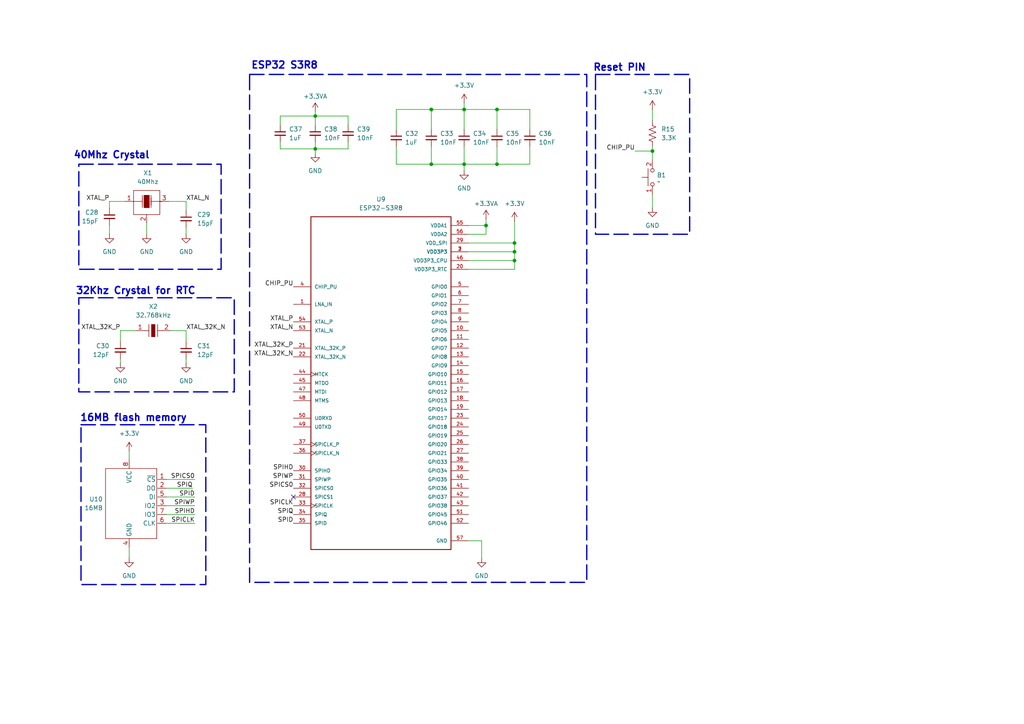
<source format=kicad_sch>
(kicad_sch
	(version 20250114)
	(generator "eeschema")
	(generator_version "9.0")
	(uuid "4a7478f7-6496-4c0a-a248-b4b02cc6ca57")
	(paper "A4")
	(lib_symbols
		(symbol "Device:C_Small"
			(pin_numbers
				(hide yes)
			)
			(pin_names
				(offset 0.254)
				(hide yes)
			)
			(exclude_from_sim no)
			(in_bom yes)
			(on_board yes)
			(property "Reference" "C"
				(at 0.254 1.778 0)
				(effects
					(font
						(size 1.27 1.27)
					)
					(justify left)
				)
			)
			(property "Value" "C_Small"
				(at 0.254 -2.032 0)
				(effects
					(font
						(size 1.27 1.27)
					)
					(justify left)
				)
			)
			(property "Footprint" ""
				(at 0 0 0)
				(effects
					(font
						(size 1.27 1.27)
					)
					(hide yes)
				)
			)
			(property "Datasheet" "~"
				(at 0 0 0)
				(effects
					(font
						(size 1.27 1.27)
					)
					(hide yes)
				)
			)
			(property "Description" "Unpolarized capacitor, small symbol"
				(at 0 0 0)
				(effects
					(font
						(size 1.27 1.27)
					)
					(hide yes)
				)
			)
			(property "ki_keywords" "capacitor cap"
				(at 0 0 0)
				(effects
					(font
						(size 1.27 1.27)
					)
					(hide yes)
				)
			)
			(property "ki_fp_filters" "C_*"
				(at 0 0 0)
				(effects
					(font
						(size 1.27 1.27)
					)
					(hide yes)
				)
			)
			(symbol "C_Small_0_1"
				(polyline
					(pts
						(xy -1.524 0.508) (xy 1.524 0.508)
					)
					(stroke
						(width 0.3048)
						(type default)
					)
					(fill
						(type none)
					)
				)
				(polyline
					(pts
						(xy -1.524 -0.508) (xy 1.524 -0.508)
					)
					(stroke
						(width 0.3302)
						(type default)
					)
					(fill
						(type none)
					)
				)
			)
			(symbol "C_Small_1_1"
				(pin passive line
					(at 0 2.54 270)
					(length 2.032)
					(name "~"
						(effects
							(font
								(size 1.27 1.27)
							)
						)
					)
					(number "1"
						(effects
							(font
								(size 1.27 1.27)
							)
						)
					)
				)
				(pin passive line
					(at 0 -2.54 90)
					(length 2.032)
					(name "~"
						(effects
							(font
								(size 1.27 1.27)
							)
						)
					)
					(number "2"
						(effects
							(font
								(size 1.27 1.27)
							)
						)
					)
				)
			)
			(embedded_fonts no)
		)
		(symbol "Device:R_US"
			(pin_numbers
				(hide yes)
			)
			(pin_names
				(offset 0)
			)
			(exclude_from_sim no)
			(in_bom yes)
			(on_board yes)
			(property "Reference" "R"
				(at 2.54 0 90)
				(effects
					(font
						(size 1.27 1.27)
					)
				)
			)
			(property "Value" "R_US"
				(at -2.54 0 90)
				(effects
					(font
						(size 1.27 1.27)
					)
				)
			)
			(property "Footprint" ""
				(at 1.016 -0.254 90)
				(effects
					(font
						(size 1.27 1.27)
					)
					(hide yes)
				)
			)
			(property "Datasheet" "~"
				(at 0 0 0)
				(effects
					(font
						(size 1.27 1.27)
					)
					(hide yes)
				)
			)
			(property "Description" "Resistor, US symbol"
				(at 0 0 0)
				(effects
					(font
						(size 1.27 1.27)
					)
					(hide yes)
				)
			)
			(property "ki_keywords" "R res resistor"
				(at 0 0 0)
				(effects
					(font
						(size 1.27 1.27)
					)
					(hide yes)
				)
			)
			(property "ki_fp_filters" "R_*"
				(at 0 0 0)
				(effects
					(font
						(size 1.27 1.27)
					)
					(hide yes)
				)
			)
			(symbol "R_US_0_1"
				(polyline
					(pts
						(xy 0 2.286) (xy 0 2.54)
					)
					(stroke
						(width 0)
						(type default)
					)
					(fill
						(type none)
					)
				)
				(polyline
					(pts
						(xy 0 2.286) (xy 1.016 1.905) (xy 0 1.524) (xy -1.016 1.143) (xy 0 0.762)
					)
					(stroke
						(width 0)
						(type default)
					)
					(fill
						(type none)
					)
				)
				(polyline
					(pts
						(xy 0 0.762) (xy 1.016 0.381) (xy 0 0) (xy -1.016 -0.381) (xy 0 -0.762)
					)
					(stroke
						(width 0)
						(type default)
					)
					(fill
						(type none)
					)
				)
				(polyline
					(pts
						(xy 0 -0.762) (xy 1.016 -1.143) (xy 0 -1.524) (xy -1.016 -1.905) (xy 0 -2.286)
					)
					(stroke
						(width 0)
						(type default)
					)
					(fill
						(type none)
					)
				)
				(polyline
					(pts
						(xy 0 -2.286) (xy 0 -2.54)
					)
					(stroke
						(width 0)
						(type default)
					)
					(fill
						(type none)
					)
				)
			)
			(symbol "R_US_1_1"
				(pin passive line
					(at 0 3.81 270)
					(length 1.27)
					(name "~"
						(effects
							(font
								(size 1.27 1.27)
							)
						)
					)
					(number "1"
						(effects
							(font
								(size 1.27 1.27)
							)
						)
					)
				)
				(pin passive line
					(at 0 -3.81 90)
					(length 1.27)
					(name "~"
						(effects
							(font
								(size 1.27 1.27)
							)
						)
					)
					(number "2"
						(effects
							(font
								(size 1.27 1.27)
							)
						)
					)
				)
			)
			(embedded_fonts no)
		)
		(symbol "JuanDavid_Library:32.768kHz"
			(exclude_from_sim no)
			(in_bom yes)
			(on_board yes)
			(property "Reference" "X"
				(at 0 5.08 0)
				(effects
					(font
						(size 1.27 1.27)
					)
				)
			)
			(property "Value" "32.768kHz"
				(at 0 -5.08 0)
				(effects
					(font
						(size 1.27 1.27)
					)
				)
			)
			(property "Footprint" "JuanDavid_Library:CRYSTAL-SMD_L3.2-W1.5-1"
				(at 0 -7.62 0)
				(effects
					(font
						(size 1.27 1.27)
					)
					(hide yes)
				)
			)
			(property "Datasheet" ""
				(at 0 0 0)
				(effects
					(font
						(size 1.27 1.27)
					)
					(hide yes)
				)
			)
			(property "Description" "32.768kHz Surface Mount Crystal 12pF ±10ppm SMD3225-4P Crystals ROHS"
				(at 1.905 -12.7 0)
				(effects
					(font
						(size 1.27 1.27)
					)
					(hide yes)
				)
			)
			(property "LCSC Part" "C37635363"
				(at 0 -10.16 0)
				(effects
					(font
						(size 1.27 1.27)
					)
					(hide yes)
				)
			)
			(symbol "32.768kHz_0_1"
				(polyline
					(pts
						(xy -2.54 0) (xy -2.54 0) (xy -2.54 0) (xy -1.27 0)
					)
					(stroke
						(width 0)
						(type default)
					)
					(fill
						(type none)
					)
				)
				(polyline
					(pts
						(xy -1.27 -1.78) (xy -1.27 1.78)
					)
					(stroke
						(width 0)
						(type default)
					)
					(fill
						(type none)
					)
				)
				(polyline
					(pts
						(xy 1.27 0) (xy 1.27 0) (xy 1.27 0) (xy 2.54 0)
					)
					(stroke
						(width 0)
						(type default)
					)
					(fill
						(type none)
					)
				)
				(polyline
					(pts
						(xy 1.27 -1.78) (xy 1.27 1.78)
					)
					(stroke
						(width 0)
						(type default)
					)
					(fill
						(type none)
					)
				)
			)
			(symbol "32.768kHz_1_1"
				(rectangle
					(start -0.51 1.78)
					(end 0.51 -1.78)
					(stroke
						(width 0)
						(type solid)
					)
					(fill
						(type color)
						(color 132 0 0 1)
					)
				)
				(pin input line
					(at -5.08 0 0)
					(length 2.54)
					(name ""
						(effects
							(font
								(size 1.27 1.27)
							)
						)
					)
					(number "1"
						(effects
							(font
								(size 1.27 1.27)
							)
						)
					)
				)
				(pin input line
					(at 5.08 0 180)
					(length 2.54)
					(name ""
						(effects
							(font
								(size 1.27 1.27)
							)
						)
					)
					(number "2"
						(effects
							(font
								(size 1.27 1.27)
							)
						)
					)
				)
			)
			(embedded_fonts no)
		)
		(symbol "JuanDavid_Library:40Mhz"
			(exclude_from_sim no)
			(in_bom yes)
			(on_board yes)
			(property "Reference" "X"
				(at 0 7.62 0)
				(effects
					(font
						(size 1.27 1.27)
					)
				)
			)
			(property "Value" "40Mhz"
				(at 0 -7.62 0)
				(effects
					(font
						(size 1.27 1.27)
					)
				)
			)
			(property "Footprint" "JuanDavid_Library:OSC-SMD_4P-L3.2-W2.5-BL_SIT8008BI"
				(at 0 -10.16 0)
				(effects
					(font
						(size 1.27 1.27)
					)
					(hide yes)
				)
			)
			(property "Datasheet" "https://lcsc.com/product-detail/SMD-Crystals_YSX321SL-40MHZ-15PF-10PPM-40-85_C9010.html"
				(at 0 -12.7 0)
				(effects
					(font
						(size 1.27 1.27)
					)
					(hide yes)
				)
			)
			(property "Description" "40MHz Surface Mount Crystal 15pF ±10ppm ±20ppm SMD3225-4P Crystals ROHS"
				(at 6.35 -17.145 0)
				(effects
					(font
						(size 1.27 1.27)
					)
					(hide yes)
				)
			)
			(property "LCSC Part" "C9010"
				(at 0 -15.24 0)
				(effects
					(font
						(size 1.27 1.27)
					)
					(hide yes)
				)
			)
			(symbol "40Mhz_0_1"
				(polyline
					(pts
						(xy -1.27 -1.655) (xy -1.27 0.385)
					)
					(stroke
						(width 0)
						(type default)
					)
					(fill
						(type none)
					)
				)
				(polyline
					(pts
						(xy -1.27 -2.415) (xy -1.27 1.145)
					)
					(stroke
						(width 0)
						(type default)
					)
					(fill
						(type none)
					)
				)
				(polyline
					(pts
						(xy -0.76 -2.415) (xy -0.76 1.145) (xy 0.76 1.145) (xy 0.76 -2.415)
					)
					(stroke
						(width 0)
						(type default)
					)
					(fill
						(type none)
					)
				)
				(polyline
					(pts
						(xy 0.76 -2.415) (xy -0.76 -2.415)
					)
					(stroke
						(width 0)
						(type default)
					)
					(fill
						(type none)
					)
				)
				(polyline
					(pts
						(xy 1.27 -1.655) (xy 1.27 0.385)
					)
					(stroke
						(width 0)
						(type default)
					)
					(fill
						(type none)
					)
				)
				(polyline
					(pts
						(xy 1.27 -2.415) (xy 1.27 1.145)
					)
					(stroke
						(width 0)
						(type default)
					)
					(fill
						(type none)
					)
				)
			)
			(symbol "40Mhz_1_1"
				(rectangle
					(start -3.81 2.54)
					(end 3.81 -4.445)
					(stroke
						(width 0)
						(type solid)
					)
					(fill
						(type none)
					)
				)
				(polyline
					(pts
						(xy -3.81 -0.635) (xy -1.27 -0.635)
					)
					(stroke
						(width 0)
						(type default)
					)
					(fill
						(type none)
					)
				)
				(polyline
					(pts
						(xy 0.76 1.145) (xy 0.76 -2.415) (xy -0.76 -2.415) (xy -0.76 1.145) (xy 0.76 1.145)
					)
					(stroke
						(width 0)
						(type solid)
					)
					(fill
						(type color)
						(color 132 0 0 1)
					)
				)
				(polyline
					(pts
						(xy 4.445 -0.635) (xy 1.27 -0.635)
					)
					(stroke
						(width 0)
						(type default)
					)
					(fill
						(type none)
					)
				)
				(pin unspecified line
					(at -6.35 -0.635 0)
					(length 2.54)
					(name ""
						(effects
							(font
								(size 1.27 1.27)
							)
						)
					)
					(number "1"
						(effects
							(font
								(size 1.27 1.27)
							)
						)
					)
				)
				(pin unspecified line
					(at 0 -6.985 90)
					(length 2.54)
					(name ""
						(effects
							(font
								(size 1.27 1.27)
							)
						)
					)
					(number "2"
						(effects
							(font
								(size 1.27 1.27)
							)
						)
					)
				)
				(pin unspecified line
					(at 0 -6.985 90)
					(length 2.54)
					(hide yes)
					(name ""
						(effects
							(font
								(size 1.27 1.27)
							)
						)
					)
					(number "4"
						(effects
							(font
								(size 1.27 1.27)
							)
						)
					)
				)
				(pin unspecified line
					(at 6.35 -0.635 180)
					(length 2.54)
					(name ""
						(effects
							(font
								(size 1.27 1.27)
							)
						)
					)
					(number "3"
						(effects
							(font
								(size 1.27 1.27)
							)
						)
					)
				)
			)
			(embedded_fonts no)
		)
		(symbol "JuanDavid_Library:ESP32-S3R8"
			(pin_names
				(offset 1.016)
			)
			(exclude_from_sim no)
			(in_bom yes)
			(on_board yes)
			(property "Reference" "U"
				(at -20.32 49.53 0)
				(effects
					(font
						(size 1.27 1.27)
					)
					(justify left bottom)
				)
			)
			(property "Value" "ESP32-S3R8"
				(at -20.32 -49.53 0)
				(effects
					(font
						(size 1.27 1.27)
					)
					(justify left top)
				)
			)
			(property "Footprint" "JuanDavid_Library:QFN40P700X700X90-57N"
				(at 1.27 -53.975 0)
				(effects
					(font
						(size 1.27 1.27)
					)
					(justify bottom)
					(hide yes)
				)
			)
			(property "Datasheet" "https://www.espressif.com/sites/default/files/documentation/esp32-s3_datasheet_en.pdf"
				(at 6.985 -55.245 0)
				(effects
					(font
						(size 1.27 1.27)
					)
					(hide yes)
				)
			)
			(property "Description" "150Mbps 2.412GHz~2.484GHz I2C,I2S,SPI,UART,USB QFN-56(7x7) RF Transceiver ICs ROHS"
				(at 6.985 -55.245 0)
				(effects
					(font
						(size 1.27 1.27)
					)
					(hide yes)
				)
			)
			(property "MF" "Espressif Systems"
				(at 1.27 -53.975 0)
				(effects
					(font
						(size 1.27 1.27)
					)
					(justify bottom)
					(hide yes)
				)
			)
			(property "Description_1" "IC RF TxRx + MCU Bluetooth, WiFi 802.11b/g/n, Bluetooth v5.0 2.412GHz ~ 2.484GHz 56-VFQFN Exposed Pad"
				(at 1.27 -53.975 0)
				(effects
					(font
						(size 1.27 1.27)
					)
					(justify bottom)
					(hide yes)
				)
			)
			(property "Package" "None"
				(at 1.27 -53.975 0)
				(effects
					(font
						(size 1.27 1.27)
					)
					(justify bottom)
					(hide yes)
				)
			)
			(property "Price" "None"
				(at 1.27 -53.975 0)
				(effects
					(font
						(size 1.27 1.27)
					)
					(justify bottom)
					(hide yes)
				)
			)
			(property "Check_prices" "https://www.snapeda.com/parts/ESP32-S3R8/Espressif+Systems/view-part/?ref=eda"
				(at 1.27 -53.975 0)
				(effects
					(font
						(size 1.27 1.27)
					)
					(justify bottom)
					(hide yes)
				)
			)
			(property "SnapEDA_Link" "https://www.snapeda.com/parts/ESP32-S3R8/Espressif+Systems/view-part/?ref=snap"
				(at 1.27 -53.975 0)
				(effects
					(font
						(size 1.27 1.27)
					)
					(justify bottom)
					(hide yes)
				)
			)
			(property "MP" "ESP32-S3R8"
				(at 1.27 -53.975 0)
				(effects
					(font
						(size 1.27 1.27)
					)
					(justify bottom)
					(hide yes)
				)
			)
			(property "Availability" "In Stock"
				(at 1.27 -53.975 0)
				(effects
					(font
						(size 1.27 1.27)
					)
					(justify bottom)
					(hide yes)
				)
			)
			(property "Purchase-URL" "https://pricing.snapeda.com/search/part/ESP32-S3R8/?ref=eda"
				(at 1.27 -53.975 0)
				(effects
					(font
						(size 1.27 1.27)
					)
					(justify bottom)
					(hide yes)
				)
			)
			(property "LCSC Part" "C2913194"
				(at 6.985 -55.245 0)
				(effects
					(font
						(size 1.27 1.27)
					)
					(hide yes)
				)
			)
			(symbol "ESP32-S3R8_0_0"
				(pin input line
					(at -25.4 27.94 0)
					(length 5.08)
					(name "CHIP_PU"
						(effects
							(font
								(size 1.016 1.016)
							)
						)
					)
					(number "4"
						(effects
							(font
								(size 1.016 1.016)
							)
						)
					)
				)
				(pin bidirectional line
					(at -25.4 22.86 0)
					(length 5.08)
					(name "LNA_IN"
						(effects
							(font
								(size 1.016 1.016)
							)
						)
					)
					(number "1"
						(effects
							(font
								(size 1.016 1.016)
							)
						)
					)
				)
				(pin input line
					(at -25.4 17.78 0)
					(length 5.08)
					(name "XTAL_P"
						(effects
							(font
								(size 1.016 1.016)
							)
						)
					)
					(number "54"
						(effects
							(font
								(size 1.016 1.016)
							)
						)
					)
				)
				(pin output line
					(at -25.4 15.24 0)
					(length 5.08)
					(name "XTAL_N"
						(effects
							(font
								(size 1.016 1.016)
							)
						)
					)
					(number "53"
						(effects
							(font
								(size 1.016 1.016)
							)
						)
					)
				)
				(pin bidirectional line
					(at -25.4 10.16 0)
					(length 5.08)
					(name "XTAL_32K_P"
						(effects
							(font
								(size 1.016 1.016)
							)
						)
					)
					(number "21"
						(effects
							(font
								(size 1.016 1.016)
							)
						)
					)
				)
				(pin bidirectional line
					(at -25.4 7.62 0)
					(length 5.08)
					(name "XTAL_32K_N"
						(effects
							(font
								(size 1.016 1.016)
							)
						)
					)
					(number "22"
						(effects
							(font
								(size 1.016 1.016)
							)
						)
					)
				)
				(pin bidirectional clock
					(at -25.4 2.54 0)
					(length 5.08)
					(name "MTCK"
						(effects
							(font
								(size 1.016 1.016)
							)
						)
					)
					(number "44"
						(effects
							(font
								(size 1.016 1.016)
							)
						)
					)
				)
				(pin bidirectional line
					(at -25.4 0 0)
					(length 5.08)
					(name "MTDO"
						(effects
							(font
								(size 1.016 1.016)
							)
						)
					)
					(number "45"
						(effects
							(font
								(size 1.016 1.016)
							)
						)
					)
				)
				(pin bidirectional line
					(at -25.4 -2.54 0)
					(length 5.08)
					(name "MTDI"
						(effects
							(font
								(size 1.016 1.016)
							)
						)
					)
					(number "47"
						(effects
							(font
								(size 1.016 1.016)
							)
						)
					)
				)
				(pin bidirectional line
					(at -25.4 -5.08 0)
					(length 5.08)
					(name "MTMS"
						(effects
							(font
								(size 1.016 1.016)
							)
						)
					)
					(number "48"
						(effects
							(font
								(size 1.016 1.016)
							)
						)
					)
				)
				(pin bidirectional line
					(at -25.4 -10.16 0)
					(length 5.08)
					(name "U0RXD"
						(effects
							(font
								(size 1.016 1.016)
							)
						)
					)
					(number "50"
						(effects
							(font
								(size 1.016 1.016)
							)
						)
					)
				)
				(pin bidirectional line
					(at -25.4 -12.7 0)
					(length 5.08)
					(name "U0TXD"
						(effects
							(font
								(size 1.016 1.016)
							)
						)
					)
					(number "49"
						(effects
							(font
								(size 1.016 1.016)
							)
						)
					)
				)
				(pin bidirectional clock
					(at -25.4 -17.78 0)
					(length 5.08)
					(name "SPICLK_P"
						(effects
							(font
								(size 1.016 1.016)
							)
						)
					)
					(number "37"
						(effects
							(font
								(size 1.016 1.016)
							)
						)
					)
				)
				(pin bidirectional clock
					(at -25.4 -20.32 0)
					(length 5.08)
					(name "SPICLK_N"
						(effects
							(font
								(size 1.016 1.016)
							)
						)
					)
					(number "36"
						(effects
							(font
								(size 1.016 1.016)
							)
						)
					)
				)
				(pin bidirectional line
					(at -25.4 -25.4 0)
					(length 5.08)
					(name "SPIHD"
						(effects
							(font
								(size 1.016 1.016)
							)
						)
					)
					(number "30"
						(effects
							(font
								(size 1.016 1.016)
							)
						)
					)
				)
				(pin bidirectional line
					(at -25.4 -27.94 0)
					(length 5.08)
					(name "SPIWP"
						(effects
							(font
								(size 1.016 1.016)
							)
						)
					)
					(number "31"
						(effects
							(font
								(size 1.016 1.016)
							)
						)
					)
				)
				(pin bidirectional line
					(at -25.4 -30.48 0)
					(length 5.08)
					(name "SPICS0"
						(effects
							(font
								(size 1.016 1.016)
							)
						)
					)
					(number "32"
						(effects
							(font
								(size 1.016 1.016)
							)
						)
					)
				)
				(pin bidirectional line
					(at -25.4 -33.02 0)
					(length 5.08)
					(name "SPICS1"
						(effects
							(font
								(size 1.016 1.016)
							)
						)
					)
					(number "28"
						(effects
							(font
								(size 1.016 1.016)
							)
						)
					)
				)
				(pin bidirectional clock
					(at -25.4 -35.56 0)
					(length 5.08)
					(name "SPICLK"
						(effects
							(font
								(size 1.016 1.016)
							)
						)
					)
					(number "33"
						(effects
							(font
								(size 1.016 1.016)
							)
						)
					)
				)
				(pin bidirectional line
					(at -25.4 -38.1 0)
					(length 5.08)
					(name "SPIQ"
						(effects
							(font
								(size 1.016 1.016)
							)
						)
					)
					(number "34"
						(effects
							(font
								(size 1.016 1.016)
							)
						)
					)
				)
				(pin bidirectional line
					(at -25.4 -40.64 0)
					(length 5.08)
					(name "SPID"
						(effects
							(font
								(size 1.016 1.016)
							)
						)
					)
					(number "35"
						(effects
							(font
								(size 1.016 1.016)
							)
						)
					)
				)
				(pin power_in line
					(at 25.4 45.72 180)
					(length 5.08)
					(name "VDDA1"
						(effects
							(font
								(size 1.016 1.016)
							)
						)
					)
					(number "55"
						(effects
							(font
								(size 1.016 1.016)
							)
						)
					)
				)
				(pin power_in line
					(at 25.4 43.18 180)
					(length 5.08)
					(name "VDDA2"
						(effects
							(font
								(size 1.016 1.016)
							)
						)
					)
					(number "56"
						(effects
							(font
								(size 1.016 1.016)
							)
						)
					)
				)
				(pin power_in line
					(at 25.4 40.64 180)
					(length 5.08)
					(name "VDD_SPI"
						(effects
							(font
								(size 1.016 1.016)
							)
						)
					)
					(number "29"
						(effects
							(font
								(size 1.016 1.016)
							)
						)
					)
				)
				(pin power_in line
					(at 25.4 38.1 180)
					(length 5.08)
					(name "VDD3P3"
						(effects
							(font
								(size 1.016 1.016)
							)
						)
					)
					(number "2"
						(effects
							(font
								(size 1.016 1.016)
							)
						)
					)
				)
				(pin power_in line
					(at 25.4 38.1 180)
					(length 5.08)
					(name "VDD3P3"
						(effects
							(font
								(size 1.016 1.016)
							)
						)
					)
					(number "3"
						(effects
							(font
								(size 1.016 1.016)
							)
						)
					)
				)
				(pin power_in line
					(at 25.4 35.56 180)
					(length 5.08)
					(name "VDD3P3_CPU"
						(effects
							(font
								(size 1.016 1.016)
							)
						)
					)
					(number "46"
						(effects
							(font
								(size 1.016 1.016)
							)
						)
					)
				)
				(pin power_in line
					(at 25.4 33.02 180)
					(length 5.08)
					(name "VDD3P3_RTC"
						(effects
							(font
								(size 1.016 1.016)
							)
						)
					)
					(number "20"
						(effects
							(font
								(size 1.016 1.016)
							)
						)
					)
				)
				(pin bidirectional line
					(at 25.4 27.94 180)
					(length 5.08)
					(name "GPIO0"
						(effects
							(font
								(size 1.016 1.016)
							)
						)
					)
					(number "5"
						(effects
							(font
								(size 1.016 1.016)
							)
						)
					)
				)
				(pin bidirectional line
					(at 25.4 25.4 180)
					(length 5.08)
					(name "GPIO1"
						(effects
							(font
								(size 1.016 1.016)
							)
						)
					)
					(number "6"
						(effects
							(font
								(size 1.016 1.016)
							)
						)
					)
				)
				(pin bidirectional line
					(at 25.4 22.86 180)
					(length 5.08)
					(name "GPIO2"
						(effects
							(font
								(size 1.016 1.016)
							)
						)
					)
					(number "7"
						(effects
							(font
								(size 1.016 1.016)
							)
						)
					)
				)
				(pin bidirectional line
					(at 25.4 20.32 180)
					(length 5.08)
					(name "GPIO3"
						(effects
							(font
								(size 1.016 1.016)
							)
						)
					)
					(number "8"
						(effects
							(font
								(size 1.016 1.016)
							)
						)
					)
				)
				(pin bidirectional line
					(at 25.4 17.78 180)
					(length 5.08)
					(name "GPIO4"
						(effects
							(font
								(size 1.016 1.016)
							)
						)
					)
					(number "9"
						(effects
							(font
								(size 1.016 1.016)
							)
						)
					)
				)
				(pin bidirectional line
					(at 25.4 15.24 180)
					(length 5.08)
					(name "GPIO5"
						(effects
							(font
								(size 1.016 1.016)
							)
						)
					)
					(number "10"
						(effects
							(font
								(size 1.016 1.016)
							)
						)
					)
				)
				(pin bidirectional line
					(at 25.4 12.7 180)
					(length 5.08)
					(name "GPIO6"
						(effects
							(font
								(size 1.016 1.016)
							)
						)
					)
					(number "11"
						(effects
							(font
								(size 1.016 1.016)
							)
						)
					)
				)
				(pin bidirectional line
					(at 25.4 10.16 180)
					(length 5.08)
					(name "GPIO7"
						(effects
							(font
								(size 1.016 1.016)
							)
						)
					)
					(number "12"
						(effects
							(font
								(size 1.016 1.016)
							)
						)
					)
				)
				(pin bidirectional line
					(at 25.4 7.62 180)
					(length 5.08)
					(name "GPIO8"
						(effects
							(font
								(size 1.016 1.016)
							)
						)
					)
					(number "13"
						(effects
							(font
								(size 1.016 1.016)
							)
						)
					)
				)
				(pin bidirectional line
					(at 25.4 5.08 180)
					(length 5.08)
					(name "GPIO9"
						(effects
							(font
								(size 1.016 1.016)
							)
						)
					)
					(number "14"
						(effects
							(font
								(size 1.016 1.016)
							)
						)
					)
				)
				(pin bidirectional line
					(at 25.4 2.54 180)
					(length 5.08)
					(name "GPIO10"
						(effects
							(font
								(size 1.016 1.016)
							)
						)
					)
					(number "15"
						(effects
							(font
								(size 1.016 1.016)
							)
						)
					)
				)
				(pin bidirectional line
					(at 25.4 0 180)
					(length 5.08)
					(name "GPIO11"
						(effects
							(font
								(size 1.016 1.016)
							)
						)
					)
					(number "16"
						(effects
							(font
								(size 1.016 1.016)
							)
						)
					)
				)
				(pin bidirectional line
					(at 25.4 -2.54 180)
					(length 5.08)
					(name "GPIO12"
						(effects
							(font
								(size 1.016 1.016)
							)
						)
					)
					(number "17"
						(effects
							(font
								(size 1.016 1.016)
							)
						)
					)
				)
				(pin bidirectional line
					(at 25.4 -5.08 180)
					(length 5.08)
					(name "GPIO13"
						(effects
							(font
								(size 1.016 1.016)
							)
						)
					)
					(number "18"
						(effects
							(font
								(size 1.016 1.016)
							)
						)
					)
				)
				(pin bidirectional line
					(at 25.4 -7.62 180)
					(length 5.08)
					(name "GPIO14"
						(effects
							(font
								(size 1.016 1.016)
							)
						)
					)
					(number "19"
						(effects
							(font
								(size 1.016 1.016)
							)
						)
					)
				)
				(pin bidirectional line
					(at 25.4 -10.16 180)
					(length 5.08)
					(name "GPIO17"
						(effects
							(font
								(size 1.016 1.016)
							)
						)
					)
					(number "23"
						(effects
							(font
								(size 1.016 1.016)
							)
						)
					)
				)
				(pin bidirectional line
					(at 25.4 -12.7 180)
					(length 5.08)
					(name "GPIO18"
						(effects
							(font
								(size 1.016 1.016)
							)
						)
					)
					(number "24"
						(effects
							(font
								(size 1.016 1.016)
							)
						)
					)
				)
				(pin bidirectional line
					(at 25.4 -15.24 180)
					(length 5.08)
					(name "GPIO19"
						(effects
							(font
								(size 1.016 1.016)
							)
						)
					)
					(number "25"
						(effects
							(font
								(size 1.016 1.016)
							)
						)
					)
				)
				(pin bidirectional line
					(at 25.4 -17.78 180)
					(length 5.08)
					(name "GPIO20"
						(effects
							(font
								(size 1.016 1.016)
							)
						)
					)
					(number "26"
						(effects
							(font
								(size 1.016 1.016)
							)
						)
					)
				)
				(pin bidirectional line
					(at 25.4 -20.32 180)
					(length 5.08)
					(name "GPIO21"
						(effects
							(font
								(size 1.016 1.016)
							)
						)
					)
					(number "27"
						(effects
							(font
								(size 1.016 1.016)
							)
						)
					)
				)
				(pin bidirectional line
					(at 25.4 -22.86 180)
					(length 5.08)
					(name "GPIO33"
						(effects
							(font
								(size 1.016 1.016)
							)
						)
					)
					(number "38"
						(effects
							(font
								(size 1.016 1.016)
							)
						)
					)
				)
				(pin bidirectional line
					(at 25.4 -25.4 180)
					(length 5.08)
					(name "GPIO34"
						(effects
							(font
								(size 1.016 1.016)
							)
						)
					)
					(number "39"
						(effects
							(font
								(size 1.016 1.016)
							)
						)
					)
				)
				(pin bidirectional line
					(at 25.4 -27.94 180)
					(length 5.08)
					(name "GPIO35"
						(effects
							(font
								(size 1.016 1.016)
							)
						)
					)
					(number "40"
						(effects
							(font
								(size 1.016 1.016)
							)
						)
					)
				)
				(pin bidirectional line
					(at 25.4 -30.48 180)
					(length 5.08)
					(name "GPIO36"
						(effects
							(font
								(size 1.016 1.016)
							)
						)
					)
					(number "41"
						(effects
							(font
								(size 1.016 1.016)
							)
						)
					)
				)
				(pin bidirectional line
					(at 25.4 -33.02 180)
					(length 5.08)
					(name "GPIO37"
						(effects
							(font
								(size 1.016 1.016)
							)
						)
					)
					(number "42"
						(effects
							(font
								(size 1.016 1.016)
							)
						)
					)
				)
				(pin bidirectional line
					(at 25.4 -35.56 180)
					(length 5.08)
					(name "GPIO38"
						(effects
							(font
								(size 1.016 1.016)
							)
						)
					)
					(number "43"
						(effects
							(font
								(size 1.016 1.016)
							)
						)
					)
				)
				(pin bidirectional line
					(at 25.4 -38.1 180)
					(length 5.08)
					(name "GPIO45"
						(effects
							(font
								(size 1.016 1.016)
							)
						)
					)
					(number "51"
						(effects
							(font
								(size 1.016 1.016)
							)
						)
					)
				)
				(pin bidirectional line
					(at 25.4 -40.64 180)
					(length 5.08)
					(name "GPIO46"
						(effects
							(font
								(size 1.016 1.016)
							)
						)
					)
					(number "52"
						(effects
							(font
								(size 1.016 1.016)
							)
						)
					)
				)
				(pin power_in line
					(at 25.4 -45.72 180)
					(length 5.08)
					(name "GND"
						(effects
							(font
								(size 1.016 1.016)
							)
						)
					)
					(number "57"
						(effects
							(font
								(size 1.016 1.016)
							)
						)
					)
				)
			)
			(symbol "ESP32-S3R8_1_0"
				(rectangle
					(start -20.32 48.26)
					(end 20.32 -48.26)
					(stroke
						(width 0.254)
						(type solid)
					)
					(fill
						(type none)
					)
				)
			)
			(embedded_fonts no)
		)
		(symbol "JuanDavid_Library:SlimButton"
			(exclude_from_sim no)
			(in_bom yes)
			(on_board yes)
			(property "Reference" "B"
				(at 0 5.08 0)
				(effects
					(font
						(size 1.27 1.27)
					)
				)
			)
			(property "Value" ""
				(at 0 0 0)
				(effects
					(font
						(size 1.27 1.27)
					)
				)
			)
			(property "Footprint" "JuanDavid_Library:SW-SMD_L3.9-W2.9-LS4.8"
				(at 2.54 -2.54 0)
				(effects
					(font
						(size 1.27 1.27)
					)
					(hide yes)
				)
			)
			(property "Datasheet" ""
				(at 0 0 0)
				(effects
					(font
						(size 1.27 1.27)
					)
					(hide yes)
				)
			)
			(property "Description" "No Without 50mA 3.9mm 100MΩ 100,000 Times 12V 400gf 2.9mm 2mm Round Button Brick nogging SPST SMD Tactile Switches ROHS"
				(at 2.54 -7.62 0)
				(effects
					(font
						(size 1.27 1.27)
					)
					(hide yes)
				)
			)
			(property "LCSC Part" "C2837082"
				(at 0 -5.08 0)
				(effects
					(font
						(size 1.27 1.27)
					)
					(hide yes)
				)
			)
			(property "Name" "GT-TC029D-H020-L1"
				(at 1.27 -10.16 0)
				(effects
					(font
						(size 1.27 1.27)
					)
					(hide yes)
				)
			)
			(symbol "SlimButton_0_1"
				(circle
					(center -2.032 0)
					(radius 0.508)
					(stroke
						(width 0)
						(type default)
					)
					(fill
						(type none)
					)
				)
				(polyline
					(pts
						(xy 0 1.27) (xy 0 3.048)
					)
					(stroke
						(width 0)
						(type default)
					)
					(fill
						(type none)
					)
				)
				(circle
					(center 2.032 0)
					(radius 0.508)
					(stroke
						(width 0)
						(type default)
					)
					(fill
						(type none)
					)
				)
				(polyline
					(pts
						(xy 2.54 1.27) (xy -2.54 1.27)
					)
					(stroke
						(width 0)
						(type default)
					)
					(fill
						(type none)
					)
				)
			)
			(symbol "SlimButton_1_1"
				(pin passive line
					(at -5.08 0 0)
					(length 2.54)
					(name ""
						(effects
							(font
								(size 1.27 1.27)
							)
						)
					)
					(number "1"
						(effects
							(font
								(size 1.27 1.27)
							)
						)
					)
				)
				(pin passive line
					(at 5.08 0 180)
					(length 2.54)
					(name ""
						(effects
							(font
								(size 1.27 1.27)
							)
						)
					)
					(number "2"
						(effects
							(font
								(size 1.27 1.27)
							)
						)
					)
				)
			)
			(embedded_fonts no)
		)
		(symbol "JuanDavid_Library:W25Q128JVSIQTR"
			(exclude_from_sim no)
			(in_bom yes)
			(on_board yes)
			(property "Reference" "U"
				(at 8.255 13.335 0)
				(effects
					(font
						(size 1.27 1.27)
					)
				)
			)
			(property "Value" "16MB"
				(at 6.35 -10.795 0)
				(effects
					(font
						(size 1.27 1.27)
					)
				)
			)
			(property "Footprint" "easyeda2kicad:SOIC-8_L5.3-W5.3-P1.27-LS8.0-BL"
				(at 0 -24.13 0)
				(effects
					(font
						(size 1.27 1.27)
					)
					(hide yes)
				)
			)
			(property "Datasheet" "https://lcsc.com/product-detail/FLASH_W25Q128JVSIQTR_C97521.html"
				(at 0 -26.67 0)
				(effects
					(font
						(size 1.27 1.27)
					)
					(hide yes)
				)
			)
			(property "Description" ""
				(at 0 0 0)
				(effects
					(font
						(size 1.27 1.27)
					)
					(hide yes)
				)
			)
			(property "LCSC Part" "C97521"
				(at 0 -29.21 0)
				(effects
					(font
						(size 1.27 1.27)
					)
					(hide yes)
				)
			)
			(symbol "W25Q128JVSIQTR_0_1"
				(pin unspecified line
					(at -9.525 8.255 0)
					(length 2.54)
					(name "~{CS}"
						(effects
							(font
								(size 1.27 1.27)
							)
						)
					)
					(number "1"
						(effects
							(font
								(size 1.27 1.27)
							)
						)
					)
				)
				(pin unspecified line
					(at -9.525 5.715 0)
					(length 2.54)
					(name "DO"
						(effects
							(font
								(size 1.27 1.27)
							)
						)
					)
					(number "2"
						(effects
							(font
								(size 1.27 1.27)
							)
						)
					)
				)
				(pin unspecified line
					(at -9.525 3.175 0)
					(length 2.54)
					(name "DI"
						(effects
							(font
								(size 1.27 1.27)
							)
						)
					)
					(number "5"
						(effects
							(font
								(size 1.27 1.27)
							)
						)
					)
				)
				(pin unspecified line
					(at -9.525 0.635 0)
					(length 2.54)
					(name "IO2"
						(effects
							(font
								(size 1.27 1.27)
							)
						)
					)
					(number "3"
						(effects
							(font
								(size 1.27 1.27)
							)
						)
					)
				)
				(pin unspecified line
					(at -9.525 -1.905 0)
					(length 2.54)
					(name "IO3"
						(effects
							(font
								(size 1.27 1.27)
							)
						)
					)
					(number "7"
						(effects
							(font
								(size 1.27 1.27)
							)
						)
					)
				)
				(pin unspecified line
					(at -9.525 -4.445 0)
					(length 2.54)
					(name "CLK"
						(effects
							(font
								(size 1.27 1.27)
							)
						)
					)
					(number "6"
						(effects
							(font
								(size 1.27 1.27)
							)
						)
					)
				)
				(pin unspecified line
					(at 1.27 13.97 270)
					(length 2.54)
					(name "VCC"
						(effects
							(font
								(size 1.27 1.27)
							)
						)
					)
					(number "8"
						(effects
							(font
								(size 1.27 1.27)
							)
						)
					)
				)
				(pin unspecified line
					(at 1.27 -11.43 90)
					(length 2.54)
					(name "GND"
						(effects
							(font
								(size 1.27 1.27)
							)
						)
					)
					(number "4"
						(effects
							(font
								(size 1.27 1.27)
							)
						)
					)
				)
			)
			(symbol "W25Q128JVSIQTR_1_1"
				(rectangle
					(start -6.731 11.43)
					(end 8.128 -8.89)
					(stroke
						(width 0)
						(type solid)
					)
					(fill
						(type none)
					)
				)
			)
			(embedded_fonts no)
		)
		(symbol "power:+3.3V"
			(power)
			(pin_numbers
				(hide yes)
			)
			(pin_names
				(offset 0)
				(hide yes)
			)
			(exclude_from_sim no)
			(in_bom yes)
			(on_board yes)
			(property "Reference" "#PWR"
				(at 0 -3.81 0)
				(effects
					(font
						(size 1.27 1.27)
					)
					(hide yes)
				)
			)
			(property "Value" "+3.3V"
				(at 0 3.556 0)
				(effects
					(font
						(size 1.27 1.27)
					)
				)
			)
			(property "Footprint" ""
				(at 0 0 0)
				(effects
					(font
						(size 1.27 1.27)
					)
					(hide yes)
				)
			)
			(property "Datasheet" ""
				(at 0 0 0)
				(effects
					(font
						(size 1.27 1.27)
					)
					(hide yes)
				)
			)
			(property "Description" "Power symbol creates a global label with name \"+3.3V\""
				(at 0 0 0)
				(effects
					(font
						(size 1.27 1.27)
					)
					(hide yes)
				)
			)
			(property "ki_keywords" "global power"
				(at 0 0 0)
				(effects
					(font
						(size 1.27 1.27)
					)
					(hide yes)
				)
			)
			(symbol "+3.3V_0_1"
				(polyline
					(pts
						(xy -0.762 1.27) (xy 0 2.54)
					)
					(stroke
						(width 0)
						(type default)
					)
					(fill
						(type none)
					)
				)
				(polyline
					(pts
						(xy 0 2.54) (xy 0.762 1.27)
					)
					(stroke
						(width 0)
						(type default)
					)
					(fill
						(type none)
					)
				)
				(polyline
					(pts
						(xy 0 0) (xy 0 2.54)
					)
					(stroke
						(width 0)
						(type default)
					)
					(fill
						(type none)
					)
				)
			)
			(symbol "+3.3V_1_1"
				(pin power_in line
					(at 0 0 90)
					(length 0)
					(name "~"
						(effects
							(font
								(size 1.27 1.27)
							)
						)
					)
					(number "1"
						(effects
							(font
								(size 1.27 1.27)
							)
						)
					)
				)
			)
			(embedded_fonts no)
		)
		(symbol "power:GND"
			(power)
			(pin_numbers
				(hide yes)
			)
			(pin_names
				(offset 0)
				(hide yes)
			)
			(exclude_from_sim no)
			(in_bom yes)
			(on_board yes)
			(property "Reference" "#PWR"
				(at 0 -6.35 0)
				(effects
					(font
						(size 1.27 1.27)
					)
					(hide yes)
				)
			)
			(property "Value" "GND"
				(at 0 -3.81 0)
				(effects
					(font
						(size 1.27 1.27)
					)
				)
			)
			(property "Footprint" ""
				(at 0 0 0)
				(effects
					(font
						(size 1.27 1.27)
					)
					(hide yes)
				)
			)
			(property "Datasheet" ""
				(at 0 0 0)
				(effects
					(font
						(size 1.27 1.27)
					)
					(hide yes)
				)
			)
			(property "Description" "Power symbol creates a global label with name \"GND\" , ground"
				(at 0 0 0)
				(effects
					(font
						(size 1.27 1.27)
					)
					(hide yes)
				)
			)
			(property "ki_keywords" "global power"
				(at 0 0 0)
				(effects
					(font
						(size 1.27 1.27)
					)
					(hide yes)
				)
			)
			(symbol "GND_0_1"
				(polyline
					(pts
						(xy 0 0) (xy 0 -1.27) (xy 1.27 -1.27) (xy 0 -2.54) (xy -1.27 -1.27) (xy 0 -1.27)
					)
					(stroke
						(width 0)
						(type default)
					)
					(fill
						(type none)
					)
				)
			)
			(symbol "GND_1_1"
				(pin power_in line
					(at 0 0 270)
					(length 0)
					(name "~"
						(effects
							(font
								(size 1.27 1.27)
							)
						)
					)
					(number "1"
						(effects
							(font
								(size 1.27 1.27)
							)
						)
					)
				)
			)
			(embedded_fonts no)
		)
	)
	(rectangle
		(start 22.86 47.625)
		(end 64.135 78.105)
		(stroke
			(width 0.381)
			(type dash)
		)
		(fill
			(type none)
		)
		(uuid 39d5b04f-3c21-446f-b086-bd7def98a3c8)
	)
	(rectangle
		(start 72.39 21.59)
		(end 170.18 168.91)
		(stroke
			(width 0.381)
			(type dash)
		)
		(fill
			(type none)
		)
		(uuid a97015f9-a3cf-4104-8194-6ff225154d9e)
	)
	(rectangle
		(start 22.86 86.36)
		(end 67.945 113.665)
		(stroke
			(width 0.381)
			(type dash)
		)
		(fill
			(type none)
		)
		(uuid af25e7d9-8b8b-4b4a-9214-498d845def17)
	)
	(rectangle
		(start 23.495 123.19)
		(end 59.69 169.545)
		(stroke
			(width 0.381)
			(type dash)
		)
		(fill
			(type none)
		)
		(uuid d9784719-e1af-4c19-a78f-e0be821d1bec)
	)
	(rectangle
		(start 172.72 21.59)
		(end 200.025 67.945)
		(stroke
			(width 0.381)
			(type dash)
		)
		(fill
			(type none)
		)
		(uuid f69a9670-2a22-4b54-93b4-55eee82b3a73)
	)
	(text "Reset PIN"
		(exclude_from_sim no)
		(at 179.705 19.685 0)
		(effects
			(font
				(size 2.032 2.032)
				(thickness 0.4064)
				(bold yes)
			)
		)
		(uuid "351ad612-1090-481b-96e9-171805ef9557")
	)
	(text "32Khz Crystal for RTC"
		(exclude_from_sim no)
		(at 39.37 84.455 0)
		(effects
			(font
				(size 2.032 2.032)
				(thickness 0.4064)
				(bold yes)
			)
		)
		(uuid "407dd914-02aa-415a-840e-f77f521a9bdc")
	)
	(text "40Mhz Crystal"
		(exclude_from_sim no)
		(at 32.385 45.085 0)
		(effects
			(font
				(size 2.032 2.032)
				(thickness 0.4064)
				(bold yes)
			)
		)
		(uuid "42fd1948-68b9-4dc9-9e8e-a266fdd7a5eb")
	)
	(text "ESP32 S3R8"
		(exclude_from_sim no)
		(at 82.55 19.05 0)
		(effects
			(font
				(size 2.032 2.032)
				(thickness 0.4064)
				(bold yes)
			)
		)
		(uuid "4d06d6cc-9c49-4f99-bbf5-3da2bd3c0c61")
	)
	(text "16MB flash memory"
		(exclude_from_sim no)
		(at 38.735 121.285 0)
		(effects
			(font
				(size 2.032 2.032)
				(thickness 0.4064)
				(bold yes)
			)
		)
		(uuid "ba653c55-102c-40e7-89d6-cbdef97b45ea")
	)
	(junction
		(at 134.62 47.625)
		(diameter 0)
		(color 0 0 0 0)
		(uuid "1a0c1ef3-db2d-41c7-a073-7929f5585ea4")
	)
	(junction
		(at 125.095 47.625)
		(diameter 0)
		(color 0 0 0 0)
		(uuid "35c63d01-027e-4414-b81d-a2d045893f90")
	)
	(junction
		(at 140.97 65.405)
		(diameter 0)
		(color 0 0 0 0)
		(uuid "389a2a4c-2afc-4873-9acb-71ed0a830c7d")
	)
	(junction
		(at 149.225 70.485)
		(diameter 0)
		(color 0 0 0 0)
		(uuid "8cb609f1-be2d-495f-86c8-492d73835c7a")
	)
	(junction
		(at 91.44 43.18)
		(diameter 0)
		(color 0 0 0 0)
		(uuid "a3195e96-e984-4f45-80e1-506a608eb5bd")
	)
	(junction
		(at 144.145 47.625)
		(diameter 0)
		(color 0 0 0 0)
		(uuid "a40dd35c-dd81-4b9b-9915-1fefcccc5ceb")
	)
	(junction
		(at 134.62 31.75)
		(diameter 0)
		(color 0 0 0 0)
		(uuid "aa4705c9-4eae-4856-b436-2a60f6da8e33")
	)
	(junction
		(at 125.095 31.75)
		(diameter 0)
		(color 0 0 0 0)
		(uuid "b5a42551-057f-4f86-863b-39767dc7789c")
	)
	(junction
		(at 144.145 31.75)
		(diameter 0)
		(color 0 0 0 0)
		(uuid "cd61f4c3-0378-41f8-ab04-b2022e0fa51e")
	)
	(junction
		(at 149.225 73.025)
		(diameter 0)
		(color 0 0 0 0)
		(uuid "e3292624-9cba-425b-a8d4-9574c9751256")
	)
	(junction
		(at 189.23 43.815)
		(diameter 0)
		(color 0 0 0 0)
		(uuid "e3cfa355-8890-43d6-becf-913b2b10fc4e")
	)
	(junction
		(at 91.44 33.655)
		(diameter 0)
		(color 0 0 0 0)
		(uuid "ea968860-6716-4cdc-811e-f264be899357")
	)
	(junction
		(at 149.225 75.565)
		(diameter 0)
		(color 0 0 0 0)
		(uuid "ecc5baed-0cb6-4b0e-a91d-3c2431488129")
	)
	(no_connect
		(at 85.09 144.145)
		(uuid "661db5f6-5f6c-49c1-998a-a407fe181069")
	)
	(wire
		(pts
			(xy 134.62 29.845) (xy 134.62 31.75)
		)
		(stroke
			(width 0)
			(type default)
		)
		(uuid "0022a1f5-93fc-40d1-a0e0-d6fd29572838")
	)
	(wire
		(pts
			(xy 125.095 31.75) (xy 125.095 37.465)
		)
		(stroke
			(width 0)
			(type default)
		)
		(uuid "02ee63eb-b2d6-4e11-aeea-97929ac21cf1")
	)
	(wire
		(pts
			(xy 139.7 156.845) (xy 139.7 161.925)
		)
		(stroke
			(width 0)
			(type default)
		)
		(uuid "0879abcc-3084-4285-a707-08332e4f7c26")
	)
	(wire
		(pts
			(xy 134.62 42.545) (xy 134.62 47.625)
		)
		(stroke
			(width 0)
			(type default)
		)
		(uuid "11c957af-b9c4-42f5-9f73-e2d086c138bb")
	)
	(wire
		(pts
			(xy 53.975 58.42) (xy 53.975 60.96)
		)
		(stroke
			(width 0)
			(type default)
		)
		(uuid "13b50dc4-f7b8-485d-a8d1-6097fa6f9935")
	)
	(wire
		(pts
			(xy 140.97 65.405) (xy 140.97 67.945)
		)
		(stroke
			(width 0)
			(type default)
		)
		(uuid "20958392-5243-40f8-8973-ae01832cdcfd")
	)
	(wire
		(pts
			(xy 125.095 47.625) (xy 134.62 47.625)
		)
		(stroke
			(width 0)
			(type default)
		)
		(uuid "210703c4-d69f-462a-868e-1a61bca86a62")
	)
	(wire
		(pts
			(xy 149.225 73.025) (xy 149.225 70.485)
		)
		(stroke
			(width 0)
			(type default)
		)
		(uuid "21d7603c-3882-4efd-8cbb-6937e2fc1ebc")
	)
	(wire
		(pts
			(xy 100.965 41.275) (xy 100.965 43.18)
		)
		(stroke
			(width 0)
			(type default)
		)
		(uuid "237d481b-a927-4e0e-90a6-3cfd3b41f1cb")
	)
	(wire
		(pts
			(xy 149.225 70.485) (xy 149.225 64.135)
		)
		(stroke
			(width 0)
			(type default)
		)
		(uuid "2662234e-ff76-447c-845a-9523fd8156b8")
	)
	(wire
		(pts
			(xy 134.62 47.625) (xy 134.62 49.53)
		)
		(stroke
			(width 0)
			(type default)
		)
		(uuid "2979268b-2a5f-4800-910d-862b364a08c7")
	)
	(wire
		(pts
			(xy 53.975 104.14) (xy 53.975 105.41)
		)
		(stroke
			(width 0)
			(type default)
		)
		(uuid "2b81cf48-ced5-4263-a4b6-0a17543eff94")
	)
	(wire
		(pts
			(xy 153.67 47.625) (xy 144.145 47.625)
		)
		(stroke
			(width 0)
			(type default)
		)
		(uuid "2c696012-d16a-4314-8fbf-73c2ba3c7bfe")
	)
	(wire
		(pts
			(xy 114.935 47.625) (xy 125.095 47.625)
		)
		(stroke
			(width 0)
			(type default)
		)
		(uuid "2d356b2c-aa96-408f-881f-069ac78b9057")
	)
	(wire
		(pts
			(xy 184.15 43.815) (xy 189.23 43.815)
		)
		(stroke
			(width 0)
			(type default)
		)
		(uuid "2f867e9a-d4c1-4a97-be00-5b8d63967abb")
	)
	(wire
		(pts
			(xy 125.095 42.545) (xy 125.095 47.625)
		)
		(stroke
			(width 0)
			(type default)
		)
		(uuid "31caea10-8fd3-42fe-8a12-ffd7e70707f9")
	)
	(wire
		(pts
			(xy 153.67 37.465) (xy 153.67 31.75)
		)
		(stroke
			(width 0)
			(type default)
		)
		(uuid "329fc243-8e6d-424b-93f9-ab3e52fe3693")
	)
	(wire
		(pts
			(xy 53.975 99.06) (xy 53.975 95.885)
		)
		(stroke
			(width 0)
			(type default)
		)
		(uuid "3493b79a-49ea-4fa7-9056-b5c0e2f96d11")
	)
	(wire
		(pts
			(xy 144.145 47.625) (xy 134.62 47.625)
		)
		(stroke
			(width 0)
			(type default)
		)
		(uuid "3b404ea9-e154-4f66-9b75-cd0c64658080")
	)
	(wire
		(pts
			(xy 144.145 42.545) (xy 144.145 47.625)
		)
		(stroke
			(width 0)
			(type default)
		)
		(uuid "4039d419-19c2-4972-8b05-21bb9852b118")
	)
	(wire
		(pts
			(xy 34.925 95.885) (xy 34.925 99.06)
		)
		(stroke
			(width 0)
			(type default)
		)
		(uuid "41575196-1bf9-4878-9853-c68c877ba801")
	)
	(wire
		(pts
			(xy 114.935 31.75) (xy 125.095 31.75)
		)
		(stroke
			(width 0)
			(type default)
		)
		(uuid "420e05be-df95-4348-9525-cb39e5c11282")
	)
	(wire
		(pts
			(xy 189.23 56.515) (xy 189.23 60.325)
		)
		(stroke
			(width 0)
			(type default)
		)
		(uuid "424325d2-127e-46ea-8de4-f6b71e668366")
	)
	(wire
		(pts
			(xy 91.44 43.18) (xy 91.44 44.45)
		)
		(stroke
			(width 0)
			(type default)
		)
		(uuid "48ca3689-26a4-4b38-8b33-a6ecf0d0490a")
	)
	(wire
		(pts
			(xy 37.465 130.81) (xy 37.465 133.35)
		)
		(stroke
			(width 0)
			(type default)
		)
		(uuid "48e3b591-e381-4f94-a2f7-e7503a6df6e1")
	)
	(wire
		(pts
			(xy 144.145 31.75) (xy 144.145 37.465)
		)
		(stroke
			(width 0)
			(type default)
		)
		(uuid "4a115b9b-a90f-48c8-ba5d-9e7f3381618f")
	)
	(wire
		(pts
			(xy 48.895 58.42) (xy 53.975 58.42)
		)
		(stroke
			(width 0)
			(type default)
		)
		(uuid "4cc20484-340d-4e31-8f8a-c5e4514a3750")
	)
	(wire
		(pts
			(xy 91.44 33.655) (xy 100.965 33.655)
		)
		(stroke
			(width 0)
			(type default)
		)
		(uuid "512ecf63-4ca4-4985-970c-8a10e9ab1e5c")
	)
	(wire
		(pts
			(xy 140.97 63.5) (xy 140.97 65.405)
		)
		(stroke
			(width 0)
			(type default)
		)
		(uuid "5620b01f-a52d-4beb-b515-a788b157bddd")
	)
	(wire
		(pts
			(xy 189.23 31.75) (xy 189.23 34.925)
		)
		(stroke
			(width 0)
			(type default)
		)
		(uuid "5a9655bb-1eaf-4581-aeca-3db20770942b")
	)
	(wire
		(pts
			(xy 56.515 144.145) (xy 48.26 144.145)
		)
		(stroke
			(width 0)
			(type default)
		)
		(uuid "5de36f87-8a9e-4354-a643-3746573bc880")
	)
	(wire
		(pts
			(xy 91.44 33.655) (xy 91.44 36.195)
		)
		(stroke
			(width 0)
			(type default)
		)
		(uuid "6c43f358-3c99-4e0b-a448-0f59c7bbfcf8")
	)
	(wire
		(pts
			(xy 125.095 31.75) (xy 134.62 31.75)
		)
		(stroke
			(width 0)
			(type default)
		)
		(uuid "6d9d69a9-d39e-43d0-883e-634ab7a7ff71")
	)
	(wire
		(pts
			(xy 81.28 36.195) (xy 81.28 33.655)
		)
		(stroke
			(width 0)
			(type default)
		)
		(uuid "8050ebfb-63f9-4ba8-ab90-ffee285e4ad2")
	)
	(wire
		(pts
			(xy 149.225 78.105) (xy 149.225 75.565)
		)
		(stroke
			(width 0)
			(type default)
		)
		(uuid "84413e35-48b3-4ca2-a7c7-b643e219a35f")
	)
	(wire
		(pts
			(xy 135.89 156.845) (xy 139.7 156.845)
		)
		(stroke
			(width 0)
			(type default)
		)
		(uuid "89f02c41-f863-41b0-b43b-fc692ae048c2")
	)
	(wire
		(pts
			(xy 56.515 139.065) (xy 48.26 139.065)
		)
		(stroke
			(width 0)
			(type default)
		)
		(uuid "925bdac8-2480-4c8b-80b9-972a3b43a68f")
	)
	(wire
		(pts
			(xy 135.89 70.485) (xy 149.225 70.485)
		)
		(stroke
			(width 0)
			(type default)
		)
		(uuid "92904068-bf02-474a-8467-a421ab4a948d")
	)
	(wire
		(pts
			(xy 114.935 42.545) (xy 114.935 47.625)
		)
		(stroke
			(width 0)
			(type default)
		)
		(uuid "9797effa-c8b6-4237-a1be-8746105a2e2c")
	)
	(wire
		(pts
			(xy 31.75 65.405) (xy 31.75 67.945)
		)
		(stroke
			(width 0)
			(type default)
		)
		(uuid "980e598c-ae49-49db-b560-c1793b4b4593")
	)
	(wire
		(pts
			(xy 42.545 64.77) (xy 42.545 67.945)
		)
		(stroke
			(width 0)
			(type default)
		)
		(uuid "98fcf36f-933a-4e9f-998b-a1728e380079")
	)
	(wire
		(pts
			(xy 37.465 158.75) (xy 37.465 161.925)
		)
		(stroke
			(width 0)
			(type default)
		)
		(uuid "9efd6e6e-f032-4880-a93d-d78b8bd93167")
	)
	(wire
		(pts
			(xy 100.965 43.18) (xy 91.44 43.18)
		)
		(stroke
			(width 0)
			(type default)
		)
		(uuid "9f1ef6a8-1d91-484a-a99d-5bd70a1b791b")
	)
	(wire
		(pts
			(xy 189.23 43.815) (xy 189.23 46.355)
		)
		(stroke
			(width 0)
			(type default)
		)
		(uuid "a1f75e0b-72d1-4932-8830-f75917f27a01")
	)
	(wire
		(pts
			(xy 135.89 75.565) (xy 149.225 75.565)
		)
		(stroke
			(width 0)
			(type default)
		)
		(uuid "a27bad96-5535-415c-b506-f2503e88aa09")
	)
	(wire
		(pts
			(xy 91.44 41.275) (xy 91.44 43.18)
		)
		(stroke
			(width 0)
			(type default)
		)
		(uuid "aa75d0ab-92ee-4e5b-b8db-0288bacb18a4")
	)
	(wire
		(pts
			(xy 56.515 151.765) (xy 48.26 151.765)
		)
		(stroke
			(width 0)
			(type default)
		)
		(uuid "ab8c7ae8-feee-4b6b-8211-492e18ef66a9")
	)
	(wire
		(pts
			(xy 81.28 41.275) (xy 81.28 43.18)
		)
		(stroke
			(width 0)
			(type default)
		)
		(uuid "aebde42b-a597-48d0-9d66-bb82d34d37d4")
	)
	(wire
		(pts
			(xy 81.28 33.655) (xy 91.44 33.655)
		)
		(stroke
			(width 0)
			(type default)
		)
		(uuid "b74b5b5e-4026-43fe-ad47-d4ca2d03456b")
	)
	(wire
		(pts
			(xy 135.89 73.025) (xy 149.225 73.025)
		)
		(stroke
			(width 0)
			(type default)
		)
		(uuid "bf8684e9-8120-4417-80b9-9db04f84040d")
	)
	(wire
		(pts
			(xy 114.935 37.465) (xy 114.935 31.75)
		)
		(stroke
			(width 0)
			(type default)
		)
		(uuid "c5dbd2ef-7c1f-4062-ba9e-c1abb22b6ada")
	)
	(wire
		(pts
			(xy 56.515 146.685) (xy 48.26 146.685)
		)
		(stroke
			(width 0)
			(type default)
		)
		(uuid "ce144735-030c-482e-ab2c-6dcb959acec7")
	)
	(wire
		(pts
			(xy 56.515 149.225) (xy 48.26 149.225)
		)
		(stroke
			(width 0)
			(type default)
		)
		(uuid "ceb400f6-34be-47b7-a19c-0216e75f5569")
	)
	(wire
		(pts
			(xy 31.75 58.42) (xy 31.75 60.325)
		)
		(stroke
			(width 0)
			(type default)
		)
		(uuid "cf43f6e7-e1e4-429d-acc1-3b39d710c63d")
	)
	(wire
		(pts
			(xy 100.965 36.195) (xy 100.965 33.655)
		)
		(stroke
			(width 0)
			(type default)
		)
		(uuid "d16cd36e-299e-4b37-bc66-55672206da0e")
	)
	(wire
		(pts
			(xy 134.62 31.75) (xy 134.62 37.465)
		)
		(stroke
			(width 0)
			(type default)
		)
		(uuid "d3efdc7a-28cd-4d66-8421-9d4161f458f3")
	)
	(wire
		(pts
			(xy 91.44 32.385) (xy 91.44 33.655)
		)
		(stroke
			(width 0)
			(type default)
		)
		(uuid "d5397a03-ec44-4ded-9c73-b44428b1f7dc")
	)
	(wire
		(pts
			(xy 55.88 141.605) (xy 48.26 141.605)
		)
		(stroke
			(width 0)
			(type default)
		)
		(uuid "d591662d-cb7f-480f-8f67-304487b7f60d")
	)
	(wire
		(pts
			(xy 39.37 95.885) (xy 34.925 95.885)
		)
		(stroke
			(width 0)
			(type default)
		)
		(uuid "d8428ea2-04d4-4b4e-bf74-a0c0809a6381")
	)
	(wire
		(pts
			(xy 36.195 58.42) (xy 31.75 58.42)
		)
		(stroke
			(width 0)
			(type default)
		)
		(uuid "daabea81-95aa-409e-af20-eaf9296e6213")
	)
	(wire
		(pts
			(xy 144.145 31.75) (xy 134.62 31.75)
		)
		(stroke
			(width 0)
			(type default)
		)
		(uuid "dcfdf2b2-227c-4d4b-b47a-1a8580fcd76e")
	)
	(wire
		(pts
			(xy 81.28 43.18) (xy 91.44 43.18)
		)
		(stroke
			(width 0)
			(type default)
		)
		(uuid "e18f4262-8805-44c6-8fe9-a0db80cea8f4")
	)
	(wire
		(pts
			(xy 135.89 67.945) (xy 140.97 67.945)
		)
		(stroke
			(width 0)
			(type default)
		)
		(uuid "e3e2d273-102f-47d5-8639-2e887c30b84c")
	)
	(wire
		(pts
			(xy 149.225 75.565) (xy 149.225 73.025)
		)
		(stroke
			(width 0)
			(type default)
		)
		(uuid "e4524406-ace2-4d8c-8ea2-b14e83b4b9a4")
	)
	(wire
		(pts
			(xy 153.67 42.545) (xy 153.67 47.625)
		)
		(stroke
			(width 0)
			(type default)
		)
		(uuid "e5f7215e-fa78-4294-91d7-a206f2cd117a")
	)
	(wire
		(pts
			(xy 135.89 65.405) (xy 140.97 65.405)
		)
		(stroke
			(width 0)
			(type default)
		)
		(uuid "e81eccb1-1858-4940-995a-44a011758cb1")
	)
	(wire
		(pts
			(xy 153.67 31.75) (xy 144.145 31.75)
		)
		(stroke
			(width 0)
			(type default)
		)
		(uuid "e8262ad6-c407-40df-ba52-7a0ec3ef0c36")
	)
	(wire
		(pts
			(xy 53.975 66.04) (xy 53.975 67.945)
		)
		(stroke
			(width 0)
			(type default)
		)
		(uuid "eeaeafc4-c16d-4c80-bb8b-903fde2a5e37")
	)
	(wire
		(pts
			(xy 53.975 95.885) (xy 49.53 95.885)
		)
		(stroke
			(width 0)
			(type default)
		)
		(uuid "f10bc50c-c0b7-48e9-a261-28ad18583a28")
	)
	(wire
		(pts
			(xy 34.925 104.14) (xy 34.925 105.41)
		)
		(stroke
			(width 0)
			(type default)
		)
		(uuid "f608992d-e5bf-4622-9f23-cc323243a14e")
	)
	(wire
		(pts
			(xy 189.23 42.545) (xy 189.23 43.815)
		)
		(stroke
			(width 0)
			(type default)
		)
		(uuid "f67a677d-1187-428a-b6b5-08d9521177f1")
	)
	(wire
		(pts
			(xy 135.89 78.105) (xy 149.225 78.105)
		)
		(stroke
			(width 0)
			(type default)
		)
		(uuid "f71dcdcd-1d46-4540-8ef4-3907c4d6a8d9")
	)
	(label "XTAL_32K_N"
		(at 85.09 103.505 180)
		(effects
			(font
				(size 1.27 1.27)
			)
			(justify right bottom)
		)
		(uuid "09a1f92b-5b3f-4244-ad82-4777c4937d64")
	)
	(label "XTAL_32K_N"
		(at 53.975 95.885 0)
		(effects
			(font
				(size 1.27 1.27)
			)
			(justify left bottom)
		)
		(uuid "1a0fd097-4c2a-48f9-bece-5148dd702144")
	)
	(label "XTAL_32K_P"
		(at 85.09 100.965 180)
		(effects
			(font
				(size 1.27 1.27)
			)
			(justify right bottom)
		)
		(uuid "1baeaee6-e2af-49fd-9468-2e0ef4d7f807")
	)
	(label "XTAL_32K_P"
		(at 34.925 95.885 180)
		(effects
			(font
				(size 1.27 1.27)
			)
			(justify right bottom)
		)
		(uuid "2728e53b-1627-4374-909e-a7ae65d49856")
	)
	(label "SPIQ"
		(at 85.09 149.225 180)
		(effects
			(font
				(size 1.27 1.27)
			)
			(justify right bottom)
		)
		(uuid "27c78abf-8799-4d7f-9944-55a205b19f00")
	)
	(label "SPIWP"
		(at 85.09 139.065 180)
		(effects
			(font
				(size 1.27 1.27)
			)
			(justify right bottom)
		)
		(uuid "474d0131-9316-4922-8b13-c932626b348b")
	)
	(label "XTAL_N"
		(at 85.09 95.885 180)
		(effects
			(font
				(size 1.27 1.27)
			)
			(justify right bottom)
		)
		(uuid "58fbb165-67b0-448f-87a0-442e926c8b29")
	)
	(label "SPIWP"
		(at 56.515 146.685 180)
		(effects
			(font
				(size 1.27 1.27)
			)
			(justify right bottom)
		)
		(uuid "5faef2f6-6450-4d33-a49b-346d0e1cb7ac")
	)
	(label "SPIQ"
		(at 55.88 141.605 180)
		(effects
			(font
				(size 1.27 1.27)
			)
			(justify right bottom)
		)
		(uuid "62c9d8ae-d0b3-4a0e-8f4e-e9c7db5b8506")
	)
	(label "XTAL_P"
		(at 31.75 58.42 180)
		(effects
			(font
				(size 1.27 1.27)
			)
			(justify right bottom)
		)
		(uuid "64b4b770-02ad-4e08-93f8-90fae616945f")
	)
	(label "CHIP_PU"
		(at 85.09 83.185 180)
		(effects
			(font
				(size 1.27 1.27)
			)
			(justify right bottom)
		)
		(uuid "68bd0b7e-9fc5-4787-a5ff-1b89e7e6f9c9")
	)
	(label "SPID"
		(at 56.515 144.145 180)
		(effects
			(font
				(size 1.27 1.27)
			)
			(justify right bottom)
		)
		(uuid "7caa8c50-8ac6-482e-81f6-9b3a93b029b2")
	)
	(label "XTAL_N"
		(at 53.975 58.42 0)
		(effects
			(font
				(size 1.27 1.27)
			)
			(justify left bottom)
		)
		(uuid "a26171b3-50f7-485f-9bff-c8c4e4b82b09")
	)
	(label "SPID"
		(at 85.09 151.765 180)
		(effects
			(font
				(size 1.27 1.27)
			)
			(justify right bottom)
		)
		(uuid "a437cfce-9ec3-4f69-bd42-b21ed815c188")
	)
	(label "SPICS0"
		(at 85.09 141.605 180)
		(effects
			(font
				(size 1.27 1.27)
			)
			(justify right bottom)
		)
		(uuid "b441ef6e-6649-4dd6-bde3-e34303f32165")
	)
	(label "SPICS0"
		(at 56.515 139.065 180)
		(effects
			(font
				(size 1.27 1.27)
			)
			(justify right bottom)
		)
		(uuid "bf012bde-b662-4498-8a1d-1c78f7f5ee2e")
	)
	(label "SPICLK"
		(at 85.09 146.685 180)
		(effects
			(font
				(size 1.27 1.27)
			)
			(justify right bottom)
		)
		(uuid "c26b8451-2261-4a66-a512-1fbf819a315e")
	)
	(label "CHIP_PU"
		(at 184.15 43.815 180)
		(effects
			(font
				(size 1.27 1.27)
			)
			(justify right bottom)
		)
		(uuid "c470e889-1c7b-4a37-90c4-8d565e25d284")
	)
	(label "SPIHD"
		(at 85.09 136.525 180)
		(effects
			(font
				(size 1.27 1.27)
			)
			(justify right bottom)
		)
		(uuid "d48127be-9a31-497a-9b5f-557101ee5380")
	)
	(label "SPICLK"
		(at 56.515 151.765 180)
		(effects
			(font
				(size 1.27 1.27)
			)
			(justify right bottom)
		)
		(uuid "e4c523d9-508e-4516-8663-58ab106b9834")
	)
	(label "XTAL_P"
		(at 85.09 93.345 180)
		(effects
			(font
				(size 1.27 1.27)
			)
			(justify right bottom)
		)
		(uuid "f3b39364-7053-4c46-9580-c1872140df6d")
	)
	(label "SPIHD"
		(at 56.515 149.225 180)
		(effects
			(font
				(size 1.27 1.27)
			)
			(justify right bottom)
		)
		(uuid "fa9f8dec-4a6d-47c7-8f59-a557ef5b9025")
	)
	(symbol
		(lib_id "JuanDavid_Library:SlimButton")
		(at 189.23 51.435 90)
		(unit 1)
		(exclude_from_sim no)
		(in_bom yes)
		(on_board yes)
		(dnp no)
		(fields_autoplaced yes)
		(uuid "00668b25-2c58-4b1a-bd5d-7f0cdbc2d802")
		(property "Reference" "B1"
			(at 190.5 50.7999 90)
			(effects
				(font
					(size 1.27 1.27)
				)
				(justify right)
			)
		)
		(property "Value" "~"
			(at 190.5 52.705 90)
			(effects
				(font
					(size 1.27 1.27)
				)
				(justify right)
			)
		)
		(property "Footprint" "JuanDavid_Library:SW-SMD_L3.9-W2.9-LS4.8"
			(at 191.77 48.895 0)
			(effects
				(font
					(size 1.27 1.27)
				)
				(hide yes)
			)
		)
		(property "Datasheet" ""
			(at 189.23 51.435 0)
			(effects
				(font
					(size 1.27 1.27)
				)
				(hide yes)
			)
		)
		(property "Description" "No Without 50mA 3.9mm 100MΩ 100,000 Times 12V 400gf 2.9mm 2mm Round Button Brick nogging SPST SMD Tactile Switches ROHS"
			(at 196.85 48.895 0)
			(effects
				(font
					(size 1.27 1.27)
				)
				(hide yes)
			)
		)
		(property "LCSC Part" "C2837082"
			(at 194.31 51.435 0)
			(effects
				(font
					(size 1.27 1.27)
				)
				(hide yes)
			)
		)
		(property "Name" "GT-TC029D-H020-L1"
			(at 199.39 50.165 0)
			(effects
				(font
					(size 1.27 1.27)
				)
				(hide yes)
			)
		)
		(pin "2"
			(uuid "6ac90cf4-b5d3-4169-9c14-f63ca505a3ee")
		)
		(pin "1"
			(uuid "15405b2b-c430-476d-84d6-59c2450e04c3")
		)
		(instances
			(project ""
				(path "/e5099bb6-2b09-46b5-b852-df571231d1ed/97f8119d-a77f-4a63-a116-c520b41e823e"
					(reference "B1")
					(unit 1)
				)
			)
		)
	)
	(symbol
		(lib_id "Device:C_Small")
		(at 144.145 40.005 0)
		(unit 1)
		(exclude_from_sim no)
		(in_bom yes)
		(on_board yes)
		(dnp no)
		(fields_autoplaced yes)
		(uuid "06d7ff69-77d0-4fd6-82d9-9ef37b144f80")
		(property "Reference" "C35"
			(at 146.685 38.7412 0)
			(effects
				(font
					(size 1.27 1.27)
				)
				(justify left)
			)
		)
		(property "Value" "10nF"
			(at 146.685 41.2812 0)
			(effects
				(font
					(size 1.27 1.27)
				)
				(justify left)
			)
		)
		(property "Footprint" ""
			(at 144.145 40.005 0)
			(effects
				(font
					(size 1.27 1.27)
				)
				(hide yes)
			)
		)
		(property "Datasheet" "~"
			(at 144.145 40.005 0)
			(effects
				(font
					(size 1.27 1.27)
				)
				(hide yes)
			)
		)
		(property "Description" "Unpolarized capacitor, small symbol"
			(at 144.145 40.005 0)
			(effects
				(font
					(size 1.27 1.27)
				)
				(hide yes)
			)
		)
		(pin "2"
			(uuid "9af85fb3-51ab-4e0c-b628-915d61318be2")
		)
		(pin "1"
			(uuid "e45c7f43-87b3-4bb9-9256-063d3ec670a1")
		)
		(instances
			(project "GPS_tracker"
				(path "/e5099bb6-2b09-46b5-b852-df571231d1ed/97f8119d-a77f-4a63-a116-c520b41e823e"
					(reference "C35")
					(unit 1)
				)
			)
		)
	)
	(symbol
		(lib_id "JuanDavid_Library:40Mhz")
		(at 42.545 57.785 0)
		(unit 1)
		(exclude_from_sim no)
		(in_bom yes)
		(on_board yes)
		(dnp no)
		(fields_autoplaced yes)
		(uuid "06dabb9f-76a8-46a7-b7b4-9c4c63c3e709")
		(property "Reference" "X1"
			(at 42.8625 50.165 0)
			(effects
				(font
					(size 1.27 1.27)
				)
			)
		)
		(property "Value" "40Mhz"
			(at 42.8625 52.705 0)
			(effects
				(font
					(size 1.27 1.27)
				)
			)
		)
		(property "Footprint" "JuanDavid_Library:OSC-SMD_4P-L3.2-W2.5-BL_SIT8008BI"
			(at 42.545 67.945 0)
			(effects
				(font
					(size 1.27 1.27)
				)
				(hide yes)
			)
		)
		(property "Datasheet" "https://lcsc.com/product-detail/SMD-Crystals_YSX321SL-40MHZ-15PF-10PPM-40-85_C9010.html"
			(at 42.545 70.485 0)
			(effects
				(font
					(size 1.27 1.27)
				)
				(hide yes)
			)
		)
		(property "Description" "40MHz Surface Mount Crystal 15pF ±10ppm ±20ppm SMD3225-4P Crystals ROHS"
			(at 48.895 74.93 0)
			(effects
				(font
					(size 1.27 1.27)
				)
				(hide yes)
			)
		)
		(property "LCSC Part" "C9010"
			(at 42.545 73.025 0)
			(effects
				(font
					(size 1.27 1.27)
				)
				(hide yes)
			)
		)
		(pin "1"
			(uuid "8fac40bd-fb9a-4b60-99fc-dfed1bca29e4")
		)
		(pin "2"
			(uuid "aee3447b-4397-415d-ae32-d38d00d70ed3")
		)
		(pin "3"
			(uuid "c8e466df-5bf7-4d4f-b60d-4d6543acb4eb")
		)
		(pin "4"
			(uuid "6c67f6e8-1dd0-4050-90a2-84c8e0e6fd9a")
		)
		(instances
			(project ""
				(path "/e5099bb6-2b09-46b5-b852-df571231d1ed/97f8119d-a77f-4a63-a116-c520b41e823e"
					(reference "X1")
					(unit 1)
				)
			)
		)
	)
	(symbol
		(lib_id "power:GND")
		(at 91.44 44.45 0)
		(unit 1)
		(exclude_from_sim no)
		(in_bom yes)
		(on_board yes)
		(dnp no)
		(fields_autoplaced yes)
		(uuid "0fd0c3ab-234d-4a48-83f7-4d5ec80782e4")
		(property "Reference" "#PWR075"
			(at 91.44 50.8 0)
			(effects
				(font
					(size 1.27 1.27)
				)
				(hide yes)
			)
		)
		(property "Value" "GND"
			(at 91.44 49.53 0)
			(effects
				(font
					(size 1.27 1.27)
				)
			)
		)
		(property "Footprint" ""
			(at 91.44 44.45 0)
			(effects
				(font
					(size 1.27 1.27)
				)
				(hide yes)
			)
		)
		(property "Datasheet" ""
			(at 91.44 44.45 0)
			(effects
				(font
					(size 1.27 1.27)
				)
				(hide yes)
			)
		)
		(property "Description" "Power symbol creates a global label with name \"GND\" , ground"
			(at 91.44 44.45 0)
			(effects
				(font
					(size 1.27 1.27)
				)
				(hide yes)
			)
		)
		(pin "1"
			(uuid "251068a7-78df-4785-8255-af7c13aea0ed")
		)
		(instances
			(project "GPS_tracker"
				(path "/e5099bb6-2b09-46b5-b852-df571231d1ed/97f8119d-a77f-4a63-a116-c520b41e823e"
					(reference "#PWR075")
					(unit 1)
				)
			)
		)
	)
	(symbol
		(lib_id "power:+3.3V")
		(at 140.97 63.5 0)
		(unit 1)
		(exclude_from_sim no)
		(in_bom yes)
		(on_board yes)
		(dnp no)
		(fields_autoplaced yes)
		(uuid "17825855-b758-4678-a186-2978373c4f28")
		(property "Reference" "#PWR071"
			(at 140.97 67.31 0)
			(effects
				(font
					(size 1.27 1.27)
				)
				(hide yes)
			)
		)
		(property "Value" "+3.3VA"
			(at 140.97 59.055 0)
			(effects
				(font
					(size 1.27 1.27)
				)
			)
		)
		(property "Footprint" ""
			(at 140.97 63.5 0)
			(effects
				(font
					(size 1.27 1.27)
				)
				(hide yes)
			)
		)
		(property "Datasheet" ""
			(at 140.97 63.5 0)
			(effects
				(font
					(size 1.27 1.27)
				)
				(hide yes)
			)
		)
		(property "Description" "Power symbol creates a global label with name \"+3.3V\""
			(at 140.97 63.5 0)
			(effects
				(font
					(size 1.27 1.27)
				)
				(hide yes)
			)
		)
		(pin "1"
			(uuid "8e64894b-4a5d-410f-958c-9d7ef9d53265")
		)
		(instances
			(project "GPS_tracker"
				(path "/e5099bb6-2b09-46b5-b852-df571231d1ed/97f8119d-a77f-4a63-a116-c520b41e823e"
					(reference "#PWR071")
					(unit 1)
				)
			)
		)
	)
	(symbol
		(lib_id "power:GND")
		(at 53.975 67.945 0)
		(unit 1)
		(exclude_from_sim no)
		(in_bom yes)
		(on_board yes)
		(dnp no)
		(fields_autoplaced yes)
		(uuid "192f3d04-fc90-4588-9681-71e9d7142ac1")
		(property "Reference" "#PWR064"
			(at 53.975 74.295 0)
			(effects
				(font
					(size 1.27 1.27)
				)
				(hide yes)
			)
		)
		(property "Value" "GND"
			(at 53.975 73.025 0)
			(effects
				(font
					(size 1.27 1.27)
				)
			)
		)
		(property "Footprint" ""
			(at 53.975 67.945 0)
			(effects
				(font
					(size 1.27 1.27)
				)
				(hide yes)
			)
		)
		(property "Datasheet" ""
			(at 53.975 67.945 0)
			(effects
				(font
					(size 1.27 1.27)
				)
				(hide yes)
			)
		)
		(property "Description" "Power symbol creates a global label with name \"GND\" , ground"
			(at 53.975 67.945 0)
			(effects
				(font
					(size 1.27 1.27)
				)
				(hide yes)
			)
		)
		(pin "1"
			(uuid "aa0b710b-e440-42d1-8fe1-6590e5a228eb")
		)
		(instances
			(project "GPS_tracker"
				(path "/e5099bb6-2b09-46b5-b852-df571231d1ed/97f8119d-a77f-4a63-a116-c520b41e823e"
					(reference "#PWR064")
					(unit 1)
				)
			)
		)
	)
	(symbol
		(lib_id "power:GND")
		(at 34.925 105.41 0)
		(unit 1)
		(exclude_from_sim no)
		(in_bom yes)
		(on_board yes)
		(dnp no)
		(fields_autoplaced yes)
		(uuid "198aeea5-81a2-4e7f-8125-8a71652195de")
		(property "Reference" "#PWR065"
			(at 34.925 111.76 0)
			(effects
				(font
					(size 1.27 1.27)
				)
				(hide yes)
			)
		)
		(property "Value" "GND"
			(at 34.925 110.49 0)
			(effects
				(font
					(size 1.27 1.27)
				)
			)
		)
		(property "Footprint" ""
			(at 34.925 105.41 0)
			(effects
				(font
					(size 1.27 1.27)
				)
				(hide yes)
			)
		)
		(property "Datasheet" ""
			(at 34.925 105.41 0)
			(effects
				(font
					(size 1.27 1.27)
				)
				(hide yes)
			)
		)
		(property "Description" "Power symbol creates a global label with name \"GND\" , ground"
			(at 34.925 105.41 0)
			(effects
				(font
					(size 1.27 1.27)
				)
				(hide yes)
			)
		)
		(pin "1"
			(uuid "0b86421d-4a47-4881-bd61-181fc6710d52")
		)
		(instances
			(project "GPS_tracker"
				(path "/e5099bb6-2b09-46b5-b852-df571231d1ed/97f8119d-a77f-4a63-a116-c520b41e823e"
					(reference "#PWR065")
					(unit 1)
				)
			)
		)
	)
	(symbol
		(lib_id "power:GND")
		(at 53.975 105.41 0)
		(unit 1)
		(exclude_from_sim no)
		(in_bom yes)
		(on_board yes)
		(dnp no)
		(fields_autoplaced yes)
		(uuid "1ad9093f-7d0a-4726-b9d9-9ca906ec1dee")
		(property "Reference" "#PWR066"
			(at 53.975 111.76 0)
			(effects
				(font
					(size 1.27 1.27)
				)
				(hide yes)
			)
		)
		(property "Value" "GND"
			(at 53.975 110.49 0)
			(effects
				(font
					(size 1.27 1.27)
				)
			)
		)
		(property "Footprint" ""
			(at 53.975 105.41 0)
			(effects
				(font
					(size 1.27 1.27)
				)
				(hide yes)
			)
		)
		(property "Datasheet" ""
			(at 53.975 105.41 0)
			(effects
				(font
					(size 1.27 1.27)
				)
				(hide yes)
			)
		)
		(property "Description" "Power symbol creates a global label with name \"GND\" , ground"
			(at 53.975 105.41 0)
			(effects
				(font
					(size 1.27 1.27)
				)
				(hide yes)
			)
		)
		(pin "1"
			(uuid "1a8aaf6e-9b35-4d51-928c-6d60daba6bad")
		)
		(instances
			(project "GPS_tracker"
				(path "/e5099bb6-2b09-46b5-b852-df571231d1ed/97f8119d-a77f-4a63-a116-c520b41e823e"
					(reference "#PWR066")
					(unit 1)
				)
			)
		)
	)
	(symbol
		(lib_id "Device:C_Small")
		(at 134.62 40.005 0)
		(unit 1)
		(exclude_from_sim no)
		(in_bom yes)
		(on_board yes)
		(dnp no)
		(fields_autoplaced yes)
		(uuid "1e7f4c50-fb09-4d72-8cc9-2b6ecb03bd7e")
		(property "Reference" "C34"
			(at 137.16 38.7412 0)
			(effects
				(font
					(size 1.27 1.27)
				)
				(justify left)
			)
		)
		(property "Value" "10nF"
			(at 137.16 41.2812 0)
			(effects
				(font
					(size 1.27 1.27)
				)
				(justify left)
			)
		)
		(property "Footprint" ""
			(at 134.62 40.005 0)
			(effects
				(font
					(size 1.27 1.27)
				)
				(hide yes)
			)
		)
		(property "Datasheet" "~"
			(at 134.62 40.005 0)
			(effects
				(font
					(size 1.27 1.27)
				)
				(hide yes)
			)
		)
		(property "Description" "Unpolarized capacitor, small symbol"
			(at 134.62 40.005 0)
			(effects
				(font
					(size 1.27 1.27)
				)
				(hide yes)
			)
		)
		(pin "2"
			(uuid "e93668b5-6de8-4f06-b4d4-a847f3a88ecf")
		)
		(pin "1"
			(uuid "08d735b8-49d1-4cf5-b7b9-95a2c2bf2dac")
		)
		(instances
			(project "GPS_tracker"
				(path "/e5099bb6-2b09-46b5-b852-df571231d1ed/97f8119d-a77f-4a63-a116-c520b41e823e"
					(reference "C34")
					(unit 1)
				)
			)
		)
	)
	(symbol
		(lib_id "Device:C_Small")
		(at 53.975 63.5 0)
		(mirror y)
		(unit 1)
		(exclude_from_sim no)
		(in_bom yes)
		(on_board yes)
		(dnp no)
		(uuid "225c5d83-0c45-48a5-86bc-6ad0880e8cd3")
		(property "Reference" "C29"
			(at 57.15 62.2362 0)
			(effects
				(font
					(size 1.27 1.27)
				)
				(justify right)
			)
		)
		(property "Value" "15pF"
			(at 57.15 64.7762 0)
			(effects
				(font
					(size 1.27 1.27)
				)
				(justify right)
			)
		)
		(property "Footprint" ""
			(at 53.975 63.5 0)
			(effects
				(font
					(size 1.27 1.27)
				)
				(hide yes)
			)
		)
		(property "Datasheet" "~"
			(at 53.975 63.5 0)
			(effects
				(font
					(size 1.27 1.27)
				)
				(hide yes)
			)
		)
		(property "Description" "Unpolarized capacitor, small symbol"
			(at 53.975 63.5 0)
			(effects
				(font
					(size 1.27 1.27)
				)
				(hide yes)
			)
		)
		(pin "2"
			(uuid "9df257c1-88a2-4b54-b424-0cc68b392205")
		)
		(pin "1"
			(uuid "8253b01b-e020-4b5a-bd3c-9b0ec3c0a59a")
		)
		(instances
			(project "GPS_tracker"
				(path "/e5099bb6-2b09-46b5-b852-df571231d1ed/97f8119d-a77f-4a63-a116-c520b41e823e"
					(reference "C29")
					(unit 1)
				)
			)
		)
	)
	(symbol
		(lib_id "power:GND")
		(at 31.75 67.945 0)
		(unit 1)
		(exclude_from_sim no)
		(in_bom yes)
		(on_board yes)
		(dnp no)
		(fields_autoplaced yes)
		(uuid "23d83926-2269-4d6e-ae9f-8fb92a4d38e6")
		(property "Reference" "#PWR063"
			(at 31.75 74.295 0)
			(effects
				(font
					(size 1.27 1.27)
				)
				(hide yes)
			)
		)
		(property "Value" "GND"
			(at 31.75 73.025 0)
			(effects
				(font
					(size 1.27 1.27)
				)
			)
		)
		(property "Footprint" ""
			(at 31.75 67.945 0)
			(effects
				(font
					(size 1.27 1.27)
				)
				(hide yes)
			)
		)
		(property "Datasheet" ""
			(at 31.75 67.945 0)
			(effects
				(font
					(size 1.27 1.27)
				)
				(hide yes)
			)
		)
		(property "Description" "Power symbol creates a global label with name \"GND\" , ground"
			(at 31.75 67.945 0)
			(effects
				(font
					(size 1.27 1.27)
				)
				(hide yes)
			)
		)
		(pin "1"
			(uuid "b3d36154-b57b-4c78-9832-afc7b0df63ff")
		)
		(instances
			(project "GPS_tracker"
				(path "/e5099bb6-2b09-46b5-b852-df571231d1ed/97f8119d-a77f-4a63-a116-c520b41e823e"
					(reference "#PWR063")
					(unit 1)
				)
			)
		)
	)
	(symbol
		(lib_id "Device:C_Small")
		(at 34.925 101.6 0)
		(unit 1)
		(exclude_from_sim no)
		(in_bom yes)
		(on_board yes)
		(dnp no)
		(uuid "265e8cec-3d78-457b-970e-bc622b00f29d")
		(property "Reference" "C30"
			(at 31.75 100.3362 0)
			(effects
				(font
					(size 1.27 1.27)
				)
				(justify right)
			)
		)
		(property "Value" "12pF"
			(at 31.75 102.8762 0)
			(effects
				(font
					(size 1.27 1.27)
				)
				(justify right)
			)
		)
		(property "Footprint" ""
			(at 34.925 101.6 0)
			(effects
				(font
					(size 1.27 1.27)
				)
				(hide yes)
			)
		)
		(property "Datasheet" "~"
			(at 34.925 101.6 0)
			(effects
				(font
					(size 1.27 1.27)
				)
				(hide yes)
			)
		)
		(property "Description" "Unpolarized capacitor, small symbol"
			(at 34.925 101.6 0)
			(effects
				(font
					(size 1.27 1.27)
				)
				(hide yes)
			)
		)
		(pin "2"
			(uuid "7d78051a-6824-4da1-a4bb-0980e847b6f7")
		)
		(pin "1"
			(uuid "ce54a884-1230-4c00-a872-d76ca195ed5e")
		)
		(instances
			(project "GPS_tracker"
				(path "/e5099bb6-2b09-46b5-b852-df571231d1ed/97f8119d-a77f-4a63-a116-c520b41e823e"
					(reference "C30")
					(unit 1)
				)
			)
		)
	)
	(symbol
		(lib_id "Device:C_Small")
		(at 125.095 40.005 0)
		(unit 1)
		(exclude_from_sim no)
		(in_bom yes)
		(on_board yes)
		(dnp no)
		(fields_autoplaced yes)
		(uuid "2ef20e9e-08c6-407e-a833-0961c354ec85")
		(property "Reference" "C33"
			(at 127.635 38.7412 0)
			(effects
				(font
					(size 1.27 1.27)
				)
				(justify left)
			)
		)
		(property "Value" "10nF"
			(at 127.635 41.2812 0)
			(effects
				(font
					(size 1.27 1.27)
				)
				(justify left)
			)
		)
		(property "Footprint" ""
			(at 125.095 40.005 0)
			(effects
				(font
					(size 1.27 1.27)
				)
				(hide yes)
			)
		)
		(property "Datasheet" "~"
			(at 125.095 40.005 0)
			(effects
				(font
					(size 1.27 1.27)
				)
				(hide yes)
			)
		)
		(property "Description" "Unpolarized capacitor, small symbol"
			(at 125.095 40.005 0)
			(effects
				(font
					(size 1.27 1.27)
				)
				(hide yes)
			)
		)
		(pin "2"
			(uuid "9a0d9e48-77dc-4df1-91fd-84f772cd0c74")
		)
		(pin "1"
			(uuid "8a716e60-3c7a-4df8-a8a4-a191e1281e44")
		)
		(instances
			(project "GPS_tracker"
				(path "/e5099bb6-2b09-46b5-b852-df571231d1ed/97f8119d-a77f-4a63-a116-c520b41e823e"
					(reference "C33")
					(unit 1)
				)
			)
		)
	)
	(symbol
		(lib_id "power:+3.3V")
		(at 134.62 29.845 0)
		(unit 1)
		(exclude_from_sim no)
		(in_bom yes)
		(on_board yes)
		(dnp no)
		(fields_autoplaced yes)
		(uuid "3066cd84-1709-4d00-a085-3652c24bda23")
		(property "Reference" "#PWR072"
			(at 134.62 33.655 0)
			(effects
				(font
					(size 1.27 1.27)
				)
				(hide yes)
			)
		)
		(property "Value" "+3.3V"
			(at 134.62 24.765 0)
			(effects
				(font
					(size 1.27 1.27)
				)
			)
		)
		(property "Footprint" ""
			(at 134.62 29.845 0)
			(effects
				(font
					(size 1.27 1.27)
				)
				(hide yes)
			)
		)
		(property "Datasheet" ""
			(at 134.62 29.845 0)
			(effects
				(font
					(size 1.27 1.27)
				)
				(hide yes)
			)
		)
		(property "Description" "Power symbol creates a global label with name \"+3.3V\""
			(at 134.62 29.845 0)
			(effects
				(font
					(size 1.27 1.27)
				)
				(hide yes)
			)
		)
		(pin "1"
			(uuid "3aaa9a40-09a7-4583-9d2a-e3062ba78f6b")
		)
		(instances
			(project "GPS_tracker"
				(path "/e5099bb6-2b09-46b5-b852-df571231d1ed/97f8119d-a77f-4a63-a116-c520b41e823e"
					(reference "#PWR072")
					(unit 1)
				)
			)
		)
	)
	(symbol
		(lib_id "power:GND")
		(at 139.7 161.925 0)
		(unit 1)
		(exclude_from_sim no)
		(in_bom yes)
		(on_board yes)
		(dnp no)
		(fields_autoplaced yes)
		(uuid "30f05b56-ec0b-47c6-8037-6c3e2c47ce2b")
		(property "Reference" "#PWR069"
			(at 139.7 168.275 0)
			(effects
				(font
					(size 1.27 1.27)
				)
				(hide yes)
			)
		)
		(property "Value" "GND"
			(at 139.7 167.005 0)
			(effects
				(font
					(size 1.27 1.27)
				)
			)
		)
		(property "Footprint" ""
			(at 139.7 161.925 0)
			(effects
				(font
					(size 1.27 1.27)
				)
				(hide yes)
			)
		)
		(property "Datasheet" ""
			(at 139.7 161.925 0)
			(effects
				(font
					(size 1.27 1.27)
				)
				(hide yes)
			)
		)
		(property "Description" "Power symbol creates a global label with name \"GND\" , ground"
			(at 139.7 161.925 0)
			(effects
				(font
					(size 1.27 1.27)
				)
				(hide yes)
			)
		)
		(pin "1"
			(uuid "6e257c7c-0172-4b67-8acc-445231f7817f")
		)
		(instances
			(project "GPS_tracker"
				(path "/e5099bb6-2b09-46b5-b852-df571231d1ed/97f8119d-a77f-4a63-a116-c520b41e823e"
					(reference "#PWR069")
					(unit 1)
				)
			)
		)
	)
	(symbol
		(lib_id "power:GND")
		(at 42.545 67.945 0)
		(unit 1)
		(exclude_from_sim no)
		(in_bom yes)
		(on_board yes)
		(dnp no)
		(fields_autoplaced yes)
		(uuid "3abc41e6-15f8-4b04-bd85-75f725f6d912")
		(property "Reference" "#PWR056"
			(at 42.545 74.295 0)
			(effects
				(font
					(size 1.27 1.27)
				)
				(hide yes)
			)
		)
		(property "Value" "GND"
			(at 42.545 73.025 0)
			(effects
				(font
					(size 1.27 1.27)
				)
			)
		)
		(property "Footprint" ""
			(at 42.545 67.945 0)
			(effects
				(font
					(size 1.27 1.27)
				)
				(hide yes)
			)
		)
		(property "Datasheet" ""
			(at 42.545 67.945 0)
			(effects
				(font
					(size 1.27 1.27)
				)
				(hide yes)
			)
		)
		(property "Description" "Power symbol creates a global label with name \"GND\" , ground"
			(at 42.545 67.945 0)
			(effects
				(font
					(size 1.27 1.27)
				)
				(hide yes)
			)
		)
		(pin "1"
			(uuid "eceb20c8-2f24-4b43-b9bb-e0d645fc841a")
		)
		(instances
			(project ""
				(path "/e5099bb6-2b09-46b5-b852-df571231d1ed/97f8119d-a77f-4a63-a116-c520b41e823e"
					(reference "#PWR056")
					(unit 1)
				)
			)
		)
	)
	(symbol
		(lib_id "power:+3.3V")
		(at 37.465 130.81 0)
		(unit 1)
		(exclude_from_sim no)
		(in_bom yes)
		(on_board yes)
		(dnp no)
		(fields_autoplaced yes)
		(uuid "3b8cb913-06ff-4716-be56-a9202c9d2828")
		(property "Reference" "#PWR067"
			(at 37.465 134.62 0)
			(effects
				(font
					(size 1.27 1.27)
				)
				(hide yes)
			)
		)
		(property "Value" "+3.3V"
			(at 37.465 125.73 0)
			(effects
				(font
					(size 1.27 1.27)
				)
			)
		)
		(property "Footprint" ""
			(at 37.465 130.81 0)
			(effects
				(font
					(size 1.27 1.27)
				)
				(hide yes)
			)
		)
		(property "Datasheet" ""
			(at 37.465 130.81 0)
			(effects
				(font
					(size 1.27 1.27)
				)
				(hide yes)
			)
		)
		(property "Description" "Power symbol creates a global label with name \"+3.3V\""
			(at 37.465 130.81 0)
			(effects
				(font
					(size 1.27 1.27)
				)
				(hide yes)
			)
		)
		(pin "1"
			(uuid "6847238d-f0d1-4e87-b423-4eb6cee3aca4")
		)
		(instances
			(project ""
				(path "/e5099bb6-2b09-46b5-b852-df571231d1ed/97f8119d-a77f-4a63-a116-c520b41e823e"
					(reference "#PWR067")
					(unit 1)
				)
			)
		)
	)
	(symbol
		(lib_id "Device:C_Small")
		(at 81.28 38.735 0)
		(unit 1)
		(exclude_from_sim no)
		(in_bom yes)
		(on_board yes)
		(dnp no)
		(fields_autoplaced yes)
		(uuid "42abfde1-0959-46d3-9f66-88fae91f35de")
		(property "Reference" "C37"
			(at 83.82 37.4712 0)
			(effects
				(font
					(size 1.27 1.27)
				)
				(justify left)
			)
		)
		(property "Value" "1uF"
			(at 83.82 40.0112 0)
			(effects
				(font
					(size 1.27 1.27)
				)
				(justify left)
			)
		)
		(property "Footprint" ""
			(at 81.28 38.735 0)
			(effects
				(font
					(size 1.27 1.27)
				)
				(hide yes)
			)
		)
		(property "Datasheet" "~"
			(at 81.28 38.735 0)
			(effects
				(font
					(size 1.27 1.27)
				)
				(hide yes)
			)
		)
		(property "Description" "Unpolarized capacitor, small symbol"
			(at 81.28 38.735 0)
			(effects
				(font
					(size 1.27 1.27)
				)
				(hide yes)
			)
		)
		(pin "2"
			(uuid "61c88941-4a47-452b-9002-1239370c9ab2")
		)
		(pin "1"
			(uuid "e398b5ab-b8b4-4144-bd1e-181f34ee7745")
		)
		(instances
			(project "GPS_tracker"
				(path "/e5099bb6-2b09-46b5-b852-df571231d1ed/97f8119d-a77f-4a63-a116-c520b41e823e"
					(reference "C37")
					(unit 1)
				)
			)
		)
	)
	(symbol
		(lib_id "Device:C_Small")
		(at 100.965 38.735 0)
		(unit 1)
		(exclude_from_sim no)
		(in_bom yes)
		(on_board yes)
		(dnp no)
		(fields_autoplaced yes)
		(uuid "544cb4a0-dba9-41df-9d9f-dd55e4c79a1a")
		(property "Reference" "C39"
			(at 103.505 37.4712 0)
			(effects
				(font
					(size 1.27 1.27)
				)
				(justify left)
			)
		)
		(property "Value" "10nF"
			(at 103.505 40.0112 0)
			(effects
				(font
					(size 1.27 1.27)
				)
				(justify left)
			)
		)
		(property "Footprint" ""
			(at 100.965 38.735 0)
			(effects
				(font
					(size 1.27 1.27)
				)
				(hide yes)
			)
		)
		(property "Datasheet" "~"
			(at 100.965 38.735 0)
			(effects
				(font
					(size 1.27 1.27)
				)
				(hide yes)
			)
		)
		(property "Description" "Unpolarized capacitor, small symbol"
			(at 100.965 38.735 0)
			(effects
				(font
					(size 1.27 1.27)
				)
				(hide yes)
			)
		)
		(pin "2"
			(uuid "3fb5e9d0-8d3f-4164-8f12-11933c5399c9")
		)
		(pin "1"
			(uuid "b226221c-f44b-461b-9c53-f62e81dda3d6")
		)
		(instances
			(project "GPS_tracker"
				(path "/e5099bb6-2b09-46b5-b852-df571231d1ed/97f8119d-a77f-4a63-a116-c520b41e823e"
					(reference "C39")
					(unit 1)
				)
			)
		)
	)
	(symbol
		(lib_id "Device:C_Small")
		(at 91.44 38.735 0)
		(unit 1)
		(exclude_from_sim no)
		(in_bom yes)
		(on_board yes)
		(dnp no)
		(fields_autoplaced yes)
		(uuid "6395c092-54c2-4899-8aa6-44dd20a51e6c")
		(property "Reference" "C38"
			(at 93.98 37.4712 0)
			(effects
				(font
					(size 1.27 1.27)
				)
				(justify left)
			)
		)
		(property "Value" "10nF"
			(at 93.98 40.0112 0)
			(effects
				(font
					(size 1.27 1.27)
				)
				(justify left)
			)
		)
		(property "Footprint" ""
			(at 91.44 38.735 0)
			(effects
				(font
					(size 1.27 1.27)
				)
				(hide yes)
			)
		)
		(property "Datasheet" "~"
			(at 91.44 38.735 0)
			(effects
				(font
					(size 1.27 1.27)
				)
				(hide yes)
			)
		)
		(property "Description" "Unpolarized capacitor, small symbol"
			(at 91.44 38.735 0)
			(effects
				(font
					(size 1.27 1.27)
				)
				(hide yes)
			)
		)
		(pin "2"
			(uuid "808987c3-bf9f-4e1a-b778-f1df06f555f4")
		)
		(pin "1"
			(uuid "5ba5471a-d53a-46c9-aa5e-21adcf441f54")
		)
		(instances
			(project "GPS_tracker"
				(path "/e5099bb6-2b09-46b5-b852-df571231d1ed/97f8119d-a77f-4a63-a116-c520b41e823e"
					(reference "C38")
					(unit 1)
				)
			)
		)
	)
	(symbol
		(lib_id "power:GND")
		(at 134.62 49.53 0)
		(unit 1)
		(exclude_from_sim no)
		(in_bom yes)
		(on_board yes)
		(dnp no)
		(uuid "6be295e5-a398-4d6e-9020-92b762bd4874")
		(property "Reference" "#PWR073"
			(at 134.62 55.88 0)
			(effects
				(font
					(size 1.27 1.27)
				)
				(hide yes)
			)
		)
		(property "Value" "GND"
			(at 134.62 54.61 0)
			(effects
				(font
					(size 1.27 1.27)
				)
			)
		)
		(property "Footprint" ""
			(at 134.62 49.53 0)
			(effects
				(font
					(size 1.27 1.27)
				)
				(hide yes)
			)
		)
		(property "Datasheet" ""
			(at 134.62 49.53 0)
			(effects
				(font
					(size 1.27 1.27)
				)
				(hide yes)
			)
		)
		(property "Description" "Power symbol creates a global label with name \"GND\" , ground"
			(at 134.62 49.53 0)
			(effects
				(font
					(size 1.27 1.27)
				)
				(hide yes)
			)
		)
		(pin "1"
			(uuid "851af896-5890-4e44-bcd3-54a1403735ce")
		)
		(instances
			(project "GPS_tracker"
				(path "/e5099bb6-2b09-46b5-b852-df571231d1ed/97f8119d-a77f-4a63-a116-c520b41e823e"
					(reference "#PWR073")
					(unit 1)
				)
			)
		)
	)
	(symbol
		(lib_id "power:+3.3V")
		(at 91.44 32.385 0)
		(unit 1)
		(exclude_from_sim no)
		(in_bom yes)
		(on_board yes)
		(dnp no)
		(fields_autoplaced yes)
		(uuid "8873c3e6-f3d5-4cf9-b693-9560e0b733ff")
		(property "Reference" "#PWR074"
			(at 91.44 36.195 0)
			(effects
				(font
					(size 1.27 1.27)
				)
				(hide yes)
			)
		)
		(property "Value" "+3.3VA"
			(at 91.44 27.94 0)
			(effects
				(font
					(size 1.27 1.27)
				)
			)
		)
		(property "Footprint" ""
			(at 91.44 32.385 0)
			(effects
				(font
					(size 1.27 1.27)
				)
				(hide yes)
			)
		)
		(property "Datasheet" ""
			(at 91.44 32.385 0)
			(effects
				(font
					(size 1.27 1.27)
				)
				(hide yes)
			)
		)
		(property "Description" "Power symbol creates a global label with name \"+3.3V\""
			(at 91.44 32.385 0)
			(effects
				(font
					(size 1.27 1.27)
				)
				(hide yes)
			)
		)
		(pin "1"
			(uuid "e491b038-bfcd-47dd-b849-5e7dcc73e14a")
		)
		(instances
			(project "GPS_tracker"
				(path "/e5099bb6-2b09-46b5-b852-df571231d1ed/97f8119d-a77f-4a63-a116-c520b41e823e"
					(reference "#PWR074")
					(unit 1)
				)
			)
		)
	)
	(symbol
		(lib_id "power:+3.3V")
		(at 189.23 31.75 0)
		(unit 1)
		(exclude_from_sim no)
		(in_bom yes)
		(on_board yes)
		(dnp no)
		(fields_autoplaced yes)
		(uuid "8eb06373-7051-40a6-9740-4f4b67db48d3")
		(property "Reference" "#PWR077"
			(at 189.23 35.56 0)
			(effects
				(font
					(size 1.27 1.27)
				)
				(hide yes)
			)
		)
		(property "Value" "+3.3V"
			(at 189.23 26.67 0)
			(effects
				(font
					(size 1.27 1.27)
				)
			)
		)
		(property "Footprint" ""
			(at 189.23 31.75 0)
			(effects
				(font
					(size 1.27 1.27)
				)
				(hide yes)
			)
		)
		(property "Datasheet" ""
			(at 189.23 31.75 0)
			(effects
				(font
					(size 1.27 1.27)
				)
				(hide yes)
			)
		)
		(property "Description" "Power symbol creates a global label with name \"+3.3V\""
			(at 189.23 31.75 0)
			(effects
				(font
					(size 1.27 1.27)
				)
				(hide yes)
			)
		)
		(pin "1"
			(uuid "c88615a8-c97b-4091-b6e6-483b23986b38")
		)
		(instances
			(project "GPS_tracker"
				(path "/e5099bb6-2b09-46b5-b852-df571231d1ed/97f8119d-a77f-4a63-a116-c520b41e823e"
					(reference "#PWR077")
					(unit 1)
				)
			)
		)
	)
	(symbol
		(lib_id "Device:C_Small")
		(at 53.975 101.6 0)
		(mirror y)
		(unit 1)
		(exclude_from_sim no)
		(in_bom yes)
		(on_board yes)
		(dnp no)
		(uuid "966344ae-1ab0-4051-aa13-9f48c6d779cf")
		(property "Reference" "C31"
			(at 57.15 100.3362 0)
			(effects
				(font
					(size 1.27 1.27)
				)
				(justify right)
			)
		)
		(property "Value" "12pF"
			(at 57.15 102.8762 0)
			(effects
				(font
					(size 1.27 1.27)
				)
				(justify right)
			)
		)
		(property "Footprint" ""
			(at 53.975 101.6 0)
			(effects
				(font
					(size 1.27 1.27)
				)
				(hide yes)
			)
		)
		(property "Datasheet" "~"
			(at 53.975 101.6 0)
			(effects
				(font
					(size 1.27 1.27)
				)
				(hide yes)
			)
		)
		(property "Description" "Unpolarized capacitor, small symbol"
			(at 53.975 101.6 0)
			(effects
				(font
					(size 1.27 1.27)
				)
				(hide yes)
			)
		)
		(pin "2"
			(uuid "c0671370-19c7-44ff-a9cf-02cf71167d82")
		)
		(pin "1"
			(uuid "db026280-d451-4723-ae52-376419d944c5")
		)
		(instances
			(project "GPS_tracker"
				(path "/e5099bb6-2b09-46b5-b852-df571231d1ed/97f8119d-a77f-4a63-a116-c520b41e823e"
					(reference "C31")
					(unit 1)
				)
			)
		)
	)
	(symbol
		(lib_id "Device:R_US")
		(at 189.23 38.735 0)
		(unit 1)
		(exclude_from_sim no)
		(in_bom yes)
		(on_board yes)
		(dnp no)
		(fields_autoplaced yes)
		(uuid "98a40ffe-b3db-4c68-bdfa-7e61fc4f1947")
		(property "Reference" "R15"
			(at 191.77 37.4649 0)
			(effects
				(font
					(size 1.27 1.27)
				)
				(justify left)
			)
		)
		(property "Value" "3.3K"
			(at 191.77 40.0049 0)
			(effects
				(font
					(size 1.27 1.27)
				)
				(justify left)
			)
		)
		(property "Footprint" ""
			(at 190.246 38.989 90)
			(effects
				(font
					(size 1.27 1.27)
				)
				(hide yes)
			)
		)
		(property "Datasheet" "~"
			(at 189.23 38.735 0)
			(effects
				(font
					(size 1.27 1.27)
				)
				(hide yes)
			)
		)
		(property "Description" "Resistor, US symbol"
			(at 189.23 38.735 0)
			(effects
				(font
					(size 1.27 1.27)
				)
				(hide yes)
			)
		)
		(pin "2"
			(uuid "3ebeb535-5d25-4608-ae38-fc389559132f")
		)
		(pin "1"
			(uuid "10836034-644b-4d2d-b9a1-41e09d2f0530")
		)
		(instances
			(project ""
				(path "/e5099bb6-2b09-46b5-b852-df571231d1ed/97f8119d-a77f-4a63-a116-c520b41e823e"
					(reference "R15")
					(unit 1)
				)
			)
		)
	)
	(symbol
		(lib_id "Device:C_Small")
		(at 114.935 40.005 0)
		(unit 1)
		(exclude_from_sim no)
		(in_bom yes)
		(on_board yes)
		(dnp no)
		(fields_autoplaced yes)
		(uuid "a68edc63-9740-42b4-ae6a-3c8fbe3ac41f")
		(property "Reference" "C32"
			(at 117.475 38.7412 0)
			(effects
				(font
					(size 1.27 1.27)
				)
				(justify left)
			)
		)
		(property "Value" "1uF"
			(at 117.475 41.2812 0)
			(effects
				(font
					(size 1.27 1.27)
				)
				(justify left)
			)
		)
		(property "Footprint" ""
			(at 114.935 40.005 0)
			(effects
				(font
					(size 1.27 1.27)
				)
				(hide yes)
			)
		)
		(property "Datasheet" "~"
			(at 114.935 40.005 0)
			(effects
				(font
					(size 1.27 1.27)
				)
				(hide yes)
			)
		)
		(property "Description" "Unpolarized capacitor, small symbol"
			(at 114.935 40.005 0)
			(effects
				(font
					(size 1.27 1.27)
				)
				(hide yes)
			)
		)
		(pin "2"
			(uuid "011c4015-66a4-4ace-a1f6-569ace23c806")
		)
		(pin "1"
			(uuid "77668e6e-833a-4755-b7fe-c2c7575d065f")
		)
		(instances
			(project ""
				(path "/e5099bb6-2b09-46b5-b852-df571231d1ed/97f8119d-a77f-4a63-a116-c520b41e823e"
					(reference "C32")
					(unit 1)
				)
			)
		)
	)
	(symbol
		(lib_id "JuanDavid_Library:32.768kHz")
		(at 44.45 95.885 0)
		(unit 1)
		(exclude_from_sim no)
		(in_bom yes)
		(on_board yes)
		(dnp no)
		(fields_autoplaced yes)
		(uuid "a9925fc4-da3b-491e-8218-d34596ce089a")
		(property "Reference" "X2"
			(at 44.45 88.9 0)
			(effects
				(font
					(size 1.27 1.27)
				)
			)
		)
		(property "Value" "32.768kHz"
			(at 44.45 91.44 0)
			(effects
				(font
					(size 1.27 1.27)
				)
			)
		)
		(property "Footprint" "JuanDavid_Library:CRYSTAL-SMD_L3.2-W1.5-1"
			(at 44.45 103.505 0)
			(effects
				(font
					(size 1.27 1.27)
				)
				(hide yes)
			)
		)
		(property "Datasheet" ""
			(at 44.45 95.885 0)
			(effects
				(font
					(size 1.27 1.27)
				)
				(hide yes)
			)
		)
		(property "Description" "32.768kHz Surface Mount Crystal 12pF ±10ppm SMD3225-4P Crystals ROHS"
			(at 46.355 108.585 0)
			(effects
				(font
					(size 1.27 1.27)
				)
				(hide yes)
			)
		)
		(property "LCSC Part" "C37635363"
			(at 44.45 106.045 0)
			(effects
				(font
					(size 1.27 1.27)
				)
				(hide yes)
			)
		)
		(pin "1"
			(uuid "54306f85-078b-47a5-b6d8-561c75ba160c")
		)
		(pin "2"
			(uuid "97457795-b62f-4442-84cf-231645a92a3b")
		)
		(instances
			(project ""
				(path "/e5099bb6-2b09-46b5-b852-df571231d1ed/97f8119d-a77f-4a63-a116-c520b41e823e"
					(reference "X2")
					(unit 1)
				)
			)
		)
	)
	(symbol
		(lib_id "JuanDavid_Library:W25Q128JVSIQTR")
		(at 38.735 147.32 0)
		(mirror y)
		(unit 1)
		(exclude_from_sim no)
		(in_bom yes)
		(on_board yes)
		(dnp no)
		(fields_autoplaced yes)
		(uuid "b6390d66-41f7-4a0a-96f3-7ad57ebbe262")
		(property "Reference" "U10"
			(at 29.845 144.7799 0)
			(effects
				(font
					(size 1.27 1.27)
				)
				(justify left)
			)
		)
		(property "Value" "16MB"
			(at 29.845 147.3199 0)
			(effects
				(font
					(size 1.27 1.27)
				)
				(justify left)
			)
		)
		(property "Footprint" "easyeda2kicad:SOIC-8_L5.3-W5.3-P1.27-LS8.0-BL"
			(at 38.735 171.45 0)
			(effects
				(font
					(size 1.27 1.27)
				)
				(hide yes)
			)
		)
		(property "Datasheet" "https://lcsc.com/product-detail/FLASH_W25Q128JVSIQTR_C97521.html"
			(at 38.735 173.99 0)
			(effects
				(font
					(size 1.27 1.27)
				)
				(hide yes)
			)
		)
		(property "Description" ""
			(at 38.735 147.32 0)
			(effects
				(font
					(size 1.27 1.27)
				)
				(hide yes)
			)
		)
		(property "LCSC Part" "C97521"
			(at 38.735 176.53 0)
			(effects
				(font
					(size 1.27 1.27)
				)
				(hide yes)
			)
		)
		(pin "1"
			(uuid "c877fdc4-c947-4ace-8d5c-78326504e4df")
		)
		(pin "2"
			(uuid "20f77cbc-5bdb-433f-af3f-b3774c79fe89")
		)
		(pin "5"
			(uuid "bda46b72-450d-4002-a83d-e9d4d0cbfa17")
		)
		(pin "8"
			(uuid "c31851e7-d193-4d99-8e96-16309367d21d")
		)
		(pin "4"
			(uuid "9fdc1f71-b26e-4169-a1d6-c28849f076ec")
		)
		(pin "7"
			(uuid "8c32ec0d-daa3-455e-9625-29896cd6e289")
		)
		(pin "6"
			(uuid "fde677c9-2a4f-4bdf-97ab-b2fb7cea4956")
		)
		(pin "3"
			(uuid "1e6581dd-e1b0-48e5-9bee-1c3c6ce337c2")
		)
		(instances
			(project ""
				(path "/e5099bb6-2b09-46b5-b852-df571231d1ed/97f8119d-a77f-4a63-a116-c520b41e823e"
					(reference "U10")
					(unit 1)
				)
			)
		)
	)
	(symbol
		(lib_id "Device:C_Small")
		(at 31.75 62.865 0)
		(unit 1)
		(exclude_from_sim no)
		(in_bom yes)
		(on_board yes)
		(dnp no)
		(uuid "b78e7939-4473-4ed4-ade0-0c7ab392bc74")
		(property "Reference" "C28"
			(at 28.575 61.6012 0)
			(effects
				(font
					(size 1.27 1.27)
				)
				(justify right)
			)
		)
		(property "Value" "15pF"
			(at 28.575 64.1412 0)
			(effects
				(font
					(size 1.27 1.27)
				)
				(justify right)
			)
		)
		(property "Footprint" ""
			(at 31.75 62.865 0)
			(effects
				(font
					(size 1.27 1.27)
				)
				(hide yes)
			)
		)
		(property "Datasheet" "~"
			(at 31.75 62.865 0)
			(effects
				(font
					(size 1.27 1.27)
				)
				(hide yes)
			)
		)
		(property "Description" "Unpolarized capacitor, small symbol"
			(at 31.75 62.865 0)
			(effects
				(font
					(size 1.27 1.27)
				)
				(hide yes)
			)
		)
		(pin "2"
			(uuid "1e2858f5-3318-4427-88c4-25a35028f07a")
		)
		(pin "1"
			(uuid "835fae13-8152-42f3-b2d0-45ee1724807c")
		)
		(instances
			(project ""
				(path "/e5099bb6-2b09-46b5-b852-df571231d1ed/97f8119d-a77f-4a63-a116-c520b41e823e"
					(reference "C28")
					(unit 1)
				)
			)
		)
	)
	(symbol
		(lib_id "power:GND")
		(at 189.23 60.325 0)
		(unit 1)
		(exclude_from_sim no)
		(in_bom yes)
		(on_board yes)
		(dnp no)
		(fields_autoplaced yes)
		(uuid "d2885a23-ac77-4323-8425-5f030834d53e")
		(property "Reference" "#PWR076"
			(at 189.23 66.675 0)
			(effects
				(font
					(size 1.27 1.27)
				)
				(hide yes)
			)
		)
		(property "Value" "GND"
			(at 189.23 65.405 0)
			(effects
				(font
					(size 1.27 1.27)
				)
			)
		)
		(property "Footprint" ""
			(at 189.23 60.325 0)
			(effects
				(font
					(size 1.27 1.27)
				)
				(hide yes)
			)
		)
		(property "Datasheet" ""
			(at 189.23 60.325 0)
			(effects
				(font
					(size 1.27 1.27)
				)
				(hide yes)
			)
		)
		(property "Description" "Power symbol creates a global label with name \"GND\" , ground"
			(at 189.23 60.325 0)
			(effects
				(font
					(size 1.27 1.27)
				)
				(hide yes)
			)
		)
		(pin "1"
			(uuid "3ce8137c-cbca-46e6-a4a7-4bf33ce2350f")
		)
		(instances
			(project "GPS_tracker"
				(path "/e5099bb6-2b09-46b5-b852-df571231d1ed/97f8119d-a77f-4a63-a116-c520b41e823e"
					(reference "#PWR076")
					(unit 1)
				)
			)
		)
	)
	(symbol
		(lib_id "power:GND")
		(at 37.465 161.925 0)
		(unit 1)
		(exclude_from_sim no)
		(in_bom yes)
		(on_board yes)
		(dnp no)
		(fields_autoplaced yes)
		(uuid "e5ebab73-a195-45a2-b5cb-87864b2a18c8")
		(property "Reference" "#PWR068"
			(at 37.465 168.275 0)
			(effects
				(font
					(size 1.27 1.27)
				)
				(hide yes)
			)
		)
		(property "Value" "GND"
			(at 37.465 167.005 0)
			(effects
				(font
					(size 1.27 1.27)
				)
			)
		)
		(property "Footprint" ""
			(at 37.465 161.925 0)
			(effects
				(font
					(size 1.27 1.27)
				)
				(hide yes)
			)
		)
		(property "Datasheet" ""
			(at 37.465 161.925 0)
			(effects
				(font
					(size 1.27 1.27)
				)
				(hide yes)
			)
		)
		(property "Description" "Power symbol creates a global label with name \"GND\" , ground"
			(at 37.465 161.925 0)
			(effects
				(font
					(size 1.27 1.27)
				)
				(hide yes)
			)
		)
		(pin "1"
			(uuid "f9e4b529-5b5b-4124-b265-ddcf526e2dbb")
		)
		(instances
			(project "GPS_tracker"
				(path "/e5099bb6-2b09-46b5-b852-df571231d1ed/97f8119d-a77f-4a63-a116-c520b41e823e"
					(reference "#PWR068")
					(unit 1)
				)
			)
		)
	)
	(symbol
		(lib_id "power:+3.3V")
		(at 149.225 64.135 0)
		(unit 1)
		(exclude_from_sim no)
		(in_bom yes)
		(on_board yes)
		(dnp no)
		(fields_autoplaced yes)
		(uuid "f5fc3ea4-a14f-46bc-a8bd-6a2b13ca2bc8")
		(property "Reference" "#PWR070"
			(at 149.225 67.945 0)
			(effects
				(font
					(size 1.27 1.27)
				)
				(hide yes)
			)
		)
		(property "Value" "+3.3V"
			(at 149.225 59.055 0)
			(effects
				(font
					(size 1.27 1.27)
				)
			)
		)
		(property "Footprint" ""
			(at 149.225 64.135 0)
			(effects
				(font
					(size 1.27 1.27)
				)
				(hide yes)
			)
		)
		(property "Datasheet" ""
			(at 149.225 64.135 0)
			(effects
				(font
					(size 1.27 1.27)
				)
				(hide yes)
			)
		)
		(property "Description" "Power symbol creates a global label with name \"+3.3V\""
			(at 149.225 64.135 0)
			(effects
				(font
					(size 1.27 1.27)
				)
				(hide yes)
			)
		)
		(pin "1"
			(uuid "87228fb5-00ca-41d8-a45c-67b713a1b2e1")
		)
		(instances
			(project "GPS_tracker"
				(path "/e5099bb6-2b09-46b5-b852-df571231d1ed/97f8119d-a77f-4a63-a116-c520b41e823e"
					(reference "#PWR070")
					(unit 1)
				)
			)
		)
	)
	(symbol
		(lib_id "Device:C_Small")
		(at 153.67 40.005 0)
		(unit 1)
		(exclude_from_sim no)
		(in_bom yes)
		(on_board yes)
		(dnp no)
		(fields_autoplaced yes)
		(uuid "f766dc50-bfc2-4937-b26f-89db41622099")
		(property "Reference" "C36"
			(at 156.21 38.7412 0)
			(effects
				(font
					(size 1.27 1.27)
				)
				(justify left)
			)
		)
		(property "Value" "10nF"
			(at 156.21 41.2812 0)
			(effects
				(font
					(size 1.27 1.27)
				)
				(justify left)
			)
		)
		(property "Footprint" ""
			(at 153.67 40.005 0)
			(effects
				(font
					(size 1.27 1.27)
				)
				(hide yes)
			)
		)
		(property "Datasheet" "~"
			(at 153.67 40.005 0)
			(effects
				(font
					(size 1.27 1.27)
				)
				(hide yes)
			)
		)
		(property "Description" "Unpolarized capacitor, small symbol"
			(at 153.67 40.005 0)
			(effects
				(font
					(size 1.27 1.27)
				)
				(hide yes)
			)
		)
		(pin "2"
			(uuid "e2f38df3-115a-45cd-b897-92e33dc57419")
		)
		(pin "1"
			(uuid "e2e0a07e-68b1-44f4-828c-aff7552bbc57")
		)
		(instances
			(project "GPS_tracker"
				(path "/e5099bb6-2b09-46b5-b852-df571231d1ed/97f8119d-a77f-4a63-a116-c520b41e823e"
					(reference "C36")
					(unit 1)
				)
			)
		)
	)
	(symbol
		(lib_id "JuanDavid_Library:ESP32-S3R8")
		(at 110.49 111.125 0)
		(unit 1)
		(exclude_from_sim no)
		(in_bom yes)
		(on_board yes)
		(dnp no)
		(fields_autoplaced yes)
		(uuid "f7bf8ac0-c47a-432a-897c-ed9fd24ef4ad")
		(property "Reference" "U9"
			(at 110.49 57.785 0)
			(effects
				(font
					(size 1.27 1.27)
				)
			)
		)
		(property "Value" "ESP32-S3R8"
			(at 110.49 60.325 0)
			(effects
				(font
					(size 1.27 1.27)
				)
			)
		)
		(property "Footprint" "JuanDavid_Library:QFN40P700X700X90-57N"
			(at 111.76 165.1 0)
			(effects
				(font
					(size 1.27 1.27)
				)
				(justify bottom)
				(hide yes)
			)
		)
		(property "Datasheet" "https://www.espressif.com/sites/default/files/documentation/esp32-s3_datasheet_en.pdf"
			(at 117.475 166.37 0)
			(effects
				(font
					(size 1.27 1.27)
				)
				(hide yes)
			)
		)
		(property "Description" "150Mbps 2.412GHz~2.484GHz I2C,I2S,SPI,UART,USB QFN-56(7x7) RF Transceiver ICs ROHS"
			(at 117.475 166.37 0)
			(effects
				(font
					(size 1.27 1.27)
				)
				(hide yes)
			)
		)
		(property "MF" "Espressif Systems"
			(at 111.76 165.1 0)
			(effects
				(font
					(size 1.27 1.27)
				)
				(justify bottom)
				(hide yes)
			)
		)
		(property "Description_1" "IC RF TxRx + MCU Bluetooth, WiFi 802.11b/g/n, Bluetooth v5.0 2.412GHz ~ 2.484GHz 56-VFQFN Exposed Pad"
			(at 111.76 165.1 0)
			(effects
				(font
					(size 1.27 1.27)
				)
				(justify bottom)
				(hide yes)
			)
		)
		(property "Package" "None"
			(at 111.76 165.1 0)
			(effects
				(font
					(size 1.27 1.27)
				)
				(justify bottom)
				(hide yes)
			)
		)
		(property "Price" "None"
			(at 111.76 165.1 0)
			(effects
				(font
					(size 1.27 1.27)
				)
				(justify bottom)
				(hide yes)
			)
		)
		(property "Check_prices" "https://www.snapeda.com/parts/ESP32-S3R8/Espressif+Systems/view-part/?ref=eda"
			(at 111.76 165.1 0)
			(effects
				(font
					(size 1.27 1.27)
				)
				(justify bottom)
				(hide yes)
			)
		)
		(property "SnapEDA_Link" "https://www.snapeda.com/parts/ESP32-S3R8/Espressif+Systems/view-part/?ref=snap"
			(at 111.76 165.1 0)
			(effects
				(font
					(size 1.27 1.27)
				)
				(justify bottom)
				(hide yes)
			)
		)
		(property "MP" "ESP32-S3R8"
			(at 111.76 165.1 0)
			(effects
				(font
					(size 1.27 1.27)
				)
				(justify bottom)
				(hide yes)
			)
		)
		(property "Availability" "In Stock"
			(at 111.76 165.1 0)
			(effects
				(font
					(size 1.27 1.27)
				)
				(justify bottom)
				(hide yes)
			)
		)
		(property "Purchase-URL" "https://pricing.snapeda.com/search/part/ESP32-S3R8/?ref=eda"
			(at 111.76 165.1 0)
			(effects
				(font
					(size 1.27 1.27)
				)
				(justify bottom)
				(hide yes)
			)
		)
		(property "LCSC Part" "C2913194"
			(at 117.475 166.37 0)
			(effects
				(font
					(size 1.27 1.27)
				)
				(hide yes)
			)
		)
		(pin "48"
			(uuid "1aecf183-60f9-4c29-a58c-8a693db5d82c")
		)
		(pin "30"
			(uuid "7eb6c870-6af6-4ac1-a0c0-00eb2471c46e")
		)
		(pin "32"
			(uuid "be8e9625-7e1e-46cb-8f2b-8c41517cdfda")
		)
		(pin "33"
			(uuid "14602d54-0564-4514-8e7b-61e43bfd72ee")
		)
		(pin "35"
			(uuid "6a997986-e59a-4e7b-8e82-61cb87a35f28")
		)
		(pin "56"
			(uuid "0e89b59e-22d9-4de1-99dd-56b796eb6d4a")
		)
		(pin "4"
			(uuid "cfcc4e5d-97aa-4b5a-b3b9-01d148de0ba6")
		)
		(pin "1"
			(uuid "6d43a54f-7d0a-4f09-95e7-165bf8a4d76a")
		)
		(pin "54"
			(uuid "2e671a5a-5047-4813-ac90-4d3733f78975")
		)
		(pin "53"
			(uuid "a43cad3a-b1e9-4214-bb80-5298e1fd17f0")
		)
		(pin "22"
			(uuid "e15c9f02-4c29-4c0d-9422-df5538e11859")
		)
		(pin "44"
			(uuid "b96a6ff9-dad0-4102-a388-77895d36e6a1")
		)
		(pin "47"
			(uuid "e6275b8e-6306-4b81-93ac-b8c357c0cc6e")
		)
		(pin "50"
			(uuid "20fa68eb-7df7-4e57-88f9-cdf308bbde28")
		)
		(pin "21"
			(uuid "417fc35e-64b2-49dc-9e8d-26602a3d26a4")
		)
		(pin "45"
			(uuid "04916872-182e-4b02-99d7-e66637d4d425")
		)
		(pin "49"
			(uuid "9272032f-1a4f-4f77-bc73-02dfc6b96eff")
		)
		(pin "37"
			(uuid "676596ff-b0e0-4d2f-9897-13270d8f9abf")
		)
		(pin "36"
			(uuid "745f9f2c-646c-4b07-bb59-1c461668aded")
		)
		(pin "31"
			(uuid "67d92da0-5e23-4ac1-9b14-ca0a773e4eaf")
		)
		(pin "28"
			(uuid "9bc99817-2ea0-4b3c-8422-d8f151dcd3a6")
		)
		(pin "34"
			(uuid "a4a19e8f-34b9-4efc-b862-755e72ab3b73")
		)
		(pin "55"
			(uuid "dbcd364e-ff65-4ada-ba1f-cb7a1749a6ae")
		)
		(pin "29"
			(uuid "400faae7-9e31-4d73-aa1a-07a18b26e2d4")
		)
		(pin "2"
			(uuid "ca0a8b4c-acfa-4805-aa40-bb9adba9fd8d")
		)
		(pin "3"
			(uuid "9e282181-6cca-445b-a433-7014517db60d")
		)
		(pin "19"
			(uuid "38e1b444-8bd3-4f6b-924f-11d5bf0d43a3")
		)
		(pin "46"
			(uuid "256e5da4-c18f-4bc3-81ce-7b1e1e7ae8b4")
		)
		(pin "27"
			(uuid "bfb04d47-e048-4cd4-bf3c-0e5aaa4ae550")
		)
		(pin "41"
			(uuid "698b9b1e-4128-4f74-ae14-1f8f35c531b8")
		)
		(pin "15"
			(uuid "22acc5d5-7f28-4ab1-b8a0-12533982461f")
		)
		(pin "40"
			(uuid "68274639-3587-447f-8485-8a79e219d641")
		)
		(pin "5"
			(uuid "84f3796a-3575-4333-9d40-078b2f831db3")
		)
		(pin "6"
			(uuid "b28d1d7a-2caa-4773-849a-42ec83b97c6d")
		)
		(pin "9"
			(uuid "1b75e871-98ca-4930-b8d5-e96218b4ce1e")
		)
		(pin "14"
			(uuid "418834ea-6d87-4fa5-842c-461464568a31")
		)
		(pin "39"
			(uuid "f5a8aa08-acb4-4f9c-b7c7-a6856eccf5b5")
		)
		(pin "17"
			(uuid "64cb88c1-b32f-4ba4-9f15-63992933af1f")
		)
		(pin "20"
			(uuid "c531c96f-ed57-4755-80a6-af399d24f9cb")
		)
		(pin "13"
			(uuid "695d90cc-116e-456a-b09e-078a4485fb46")
		)
		(pin "8"
			(uuid "b8dd0a60-9ff1-4964-b72c-193ed9be0527")
		)
		(pin "10"
			(uuid "4b583872-0ef0-4c1e-b5a2-afecfb2fa013")
		)
		(pin "11"
			(uuid "979e5fed-cf3c-453c-a381-da2d6acfccdb")
		)
		(pin "18"
			(uuid "9346be36-1cbc-404f-bcca-d2a6d31fedd9")
		)
		(pin "12"
			(uuid "c55a0a3e-51bb-4918-872d-b1d28e7a6131")
		)
		(pin "23"
			(uuid "9b1092d2-6bed-4f53-8027-f6676f3b350b")
		)
		(pin "7"
			(uuid "0b209302-59eb-4dfe-a465-ad4345b5aa8d")
		)
		(pin "24"
			(uuid "c84be049-bd53-4510-bb09-301c5327d8db")
		)
		(pin "16"
			(uuid "3c18bd94-55ef-4a85-abba-d648663b99c0")
		)
		(pin "25"
			(uuid "e6e866c6-a0a8-4796-861f-8c872beb37d6")
		)
		(pin "26"
			(uuid "3939e895-e4ea-496e-87aa-970a786df810")
		)
		(pin "38"
			(uuid "5b992944-0629-4034-b651-3717cae5b9f7")
		)
		(pin "42"
			(uuid "5b1fbc0c-b256-41b0-a9ac-da59482655c6")
		)
		(pin "43"
			(uuid "2c61e748-51c7-4ced-ae8f-56889eebee64")
		)
		(pin "51"
			(uuid "40340a38-c6cb-4784-a4de-31018f86ad63")
		)
		(pin "52"
			(uuid "08491d41-267c-4717-8f62-0971cf824d2f")
		)
		(pin "57"
			(uuid "b4c1093f-67eb-40d8-b2a2-3b44ddcb2f88")
		)
		(instances
			(project ""
				(path "/e5099bb6-2b09-46b5-b852-df571231d1ed/97f8119d-a77f-4a63-a116-c520b41e823e"
					(reference "U9")
					(unit 1)
				)
			)
		)
	)
)

</source>
